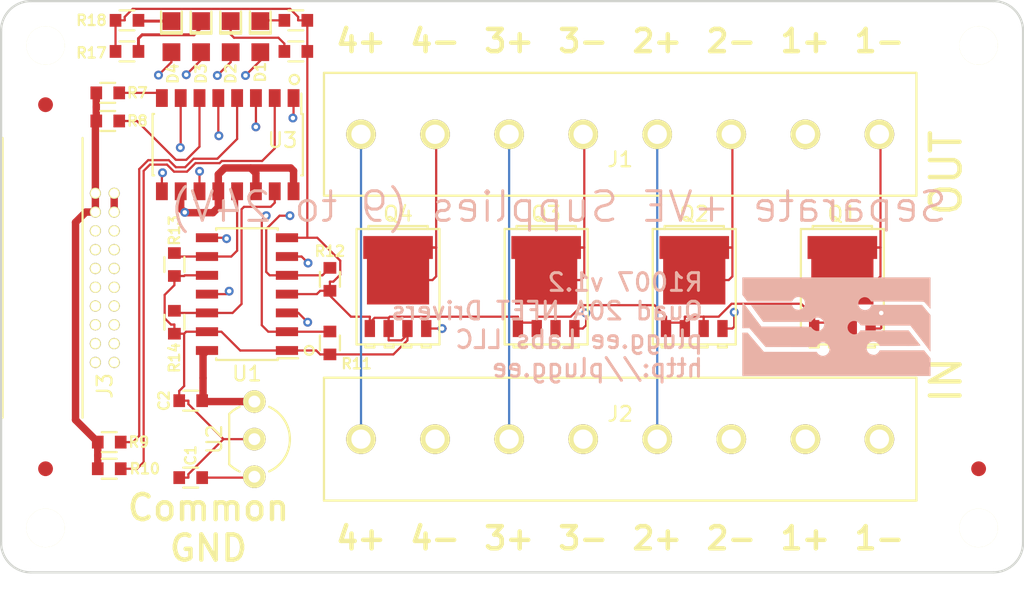
<source format=kicad_pcb>
(kicad_pcb (version 20171130) (host pcbnew "(5.1.12)-1")

  (general
    (thickness 1.6)
    (drawings 29)
    (tracks 414)
    (zones 0)
    (modules 36)
    (nets 33)
  )

  (page A4)
  (layers
    (0 F.Cu signal)
    (1 In1.Cu signal)
    (2 In2.Cu signal)
    (31 B.Cu signal)
    (32 B.Adhes user)
    (33 F.Adhes user hide)
    (34 B.Paste user)
    (35 F.Paste user)
    (36 B.SilkS user)
    (37 F.SilkS user)
    (38 B.Mask user)
    (39 F.Mask user)
    (40 Dwgs.User user)
    (41 Cmts.User user)
    (42 Eco1.User user)
    (43 Eco2.User user)
    (44 Edge.Cuts user)
    (45 Margin user)
    (46 B.CrtYd user)
    (47 F.CrtYd user)
    (48 B.Fab user)
    (49 F.Fab user)
  )

  (setup
    (last_trace_width 0.15)
    (user_trace_width 0.2)
    (user_trace_width 0.25)
    (user_trace_width 0.5)
    (trace_clearance 0.15)
    (zone_clearance 0.22)
    (zone_45_only yes)
    (trace_min 0.15)
    (via_size 0.6)
    (via_drill 0.3)
    (via_min_size 0.6)
    (via_min_drill 0.3)
    (uvia_size 0.3)
    (uvia_drill 0.1)
    (uvias_allowed no)
    (uvia_min_size 0.2)
    (uvia_min_drill 0.1)
    (edge_width 0.15)
    (segment_width 0.2)
    (pcb_text_width 0.3)
    (pcb_text_size 1.5 1.5)
    (mod_edge_width 0.15)
    (mod_text_size 1 1)
    (mod_text_width 0.15)
    (pad_size 1 1)
    (pad_drill 0)
    (pad_to_mask_clearance 0)
    (aux_axis_origin 0 0)
    (visible_elements 7FFFFFFF)
    (pcbplotparams
      (layerselection 0x010fc_80000007)
      (usegerberextensions false)
      (usegerberattributes true)
      (usegerberadvancedattributes true)
      (creategerberjobfile true)
      (excludeedgelayer true)
      (linewidth 0.100000)
      (plotframeref false)
      (viasonmask false)
      (mode 1)
      (useauxorigin false)
      (hpglpennumber 1)
      (hpglpenspeed 20)
      (hpglpendiameter 15.000000)
      (psnegative false)
      (psa4output false)
      (plotreference true)
      (plotvalue true)
      (plotinvisibletext false)
      (padsonsilk false)
      (subtractmaskfromsilk false)
      (outputformat 1)
      (mirror false)
      (drillshape 0)
      (scaleselection 1)
      (outputdirectory "Gerbers/"))
  )

  (net 0 "")
  (net 1 GNDPWR)
  (net 2 GND)
  (net 3 HT)
  (net 4 VDD)
  (net 5 /GN1)
  (net 6 /GN2)
  (net 7 /GN3)
  (net 8 /GN4)
  (net 9 PX1)
  (net 10 PX2)
  (net 11 PX3)
  (net 12 PX4)
  (net 13 +5P)
  (net 14 /INR4)
  (net 15 /INR3)
  (net 16 /INR2)
  (net 17 /INR1)
  (net 18 /IGN3)
  (net 19 /IGN4)
  (net 20 /IGN2)
  (net 21 /IGN1)
  (net 22 /N1)
  (net 23 /N4)
  (net 24 /N2)
  (net 25 /N3)
  (net 26 "Net-(D1-Pad1)")
  (net 27 "Net-(D2-Pad1)")
  (net 28 "Net-(D3-Pad1)")
  (net 29 "Net-(D4-Pad1)")
  (net 30 /VDD4)
  (net 31 /VDD3)
  (net 32 /VDD2)

  (net_class Default "This is the default net class."
    (clearance 0.15)
    (trace_width 0.15)
    (via_dia 0.6)
    (via_drill 0.3)
    (uvia_dia 0.3)
    (uvia_drill 0.1)
    (add_net +5P)
    (add_net /GN1)
    (add_net /GN2)
    (add_net /GN3)
    (add_net /GN4)
    (add_net /IGN1)
    (add_net /IGN2)
    (add_net /IGN3)
    (add_net /IGN4)
    (add_net /INR1)
    (add_net /INR2)
    (add_net /INR3)
    (add_net /INR4)
    (add_net /N1)
    (add_net /N2)
    (add_net /N3)
    (add_net /N4)
    (add_net /VDD2)
    (add_net /VDD3)
    (add_net /VDD4)
    (add_net GND)
    (add_net GNDPWR)
    (add_net HT)
    (add_net "Net-(D1-Pad1)")
    (add_net "Net-(D2-Pad1)")
    (add_net "Net-(D3-Pad1)")
    (add_net "Net-(D4-Pad1)")
    (add_net PX1)
    (add_net PX2)
    (add_net PX3)
    (add_net PX4)
    (add_net VDD)
  )

  (module Main:SOT127P500X110-5 (layer F.Cu) (tedit 5798E39F) (tstamp 5798E51E)
    (at 159.8 87.3)
    (descr "LFPAK www.nxp.com/documents/leaflet/939775016838_LR.pdf")
    (tags "LFPAK SOT-669 Power-SO8")
    (path /5798E5AA)
    (attr smd)
    (fp_text reference Q1 (at 0 -4.925) (layer F.SilkS)
      (effects (font (size 1 1) (thickness 0.15)))
    )
    (fp_text value PSMN1R2-30YLC (at 0 4.445) (layer F.Fab) hide
      (effects (font (size 0.127 0.127) (thickness 0.03)))
    )
    (fp_line (start 2.95 -4.25) (end 2.95 4.25) (layer F.CrtYd) (width 0.05))
    (fp_line (start -2.95 4.25) (end -2.95 -4.25) (layer F.CrtYd) (width 0.05))
    (fp_line (start -2.95 4.25) (end 2.95 4.25) (layer F.CrtYd) (width 0.05))
    (fp_line (start -2.95 -4.25) (end 2.95 -4.25) (layer F.CrtYd) (width 0.05))
    (fp_line (start -2 -3.9) (end -2 -4.1) (layer F.SilkS) (width 0.15))
    (fp_line (start -2 -4.1) (end 2 -4.1) (layer F.SilkS) (width 0.15))
    (fp_line (start 2 -4.1) (end 2 -3.9) (layer F.SilkS) (width 0.15))
    (fp_line (start 1.6 3.9) (end 1.6 4.1) (layer F.SilkS) (width 0.15))
    (fp_line (start 1.6 4.1) (end 2.2 4.1) (layer F.SilkS) (width 0.15))
    (fp_line (start 2.2 4.1) (end 2.2 3.9) (layer F.SilkS) (width 0.15))
    (fp_line (start 0.3 3.9) (end 0.3 4.1) (layer F.SilkS) (width 0.15))
    (fp_line (start 0.3 4.1) (end 0.9 4.1) (layer F.SilkS) (width 0.15))
    (fp_line (start 0.9 4.1) (end 0.9 3.9) (layer F.SilkS) (width 0.15))
    (fp_line (start -0.9 3.9) (end -0.9 4.1) (layer F.SilkS) (width 0.15))
    (fp_line (start -0.9 4.1) (end -0.3 4.1) (layer F.SilkS) (width 0.15))
    (fp_line (start -0.3 4.1) (end -0.3 3.9) (layer F.SilkS) (width 0.15))
    (fp_line (start -2.2 3.9) (end -2.2 4.1) (layer F.SilkS) (width 0.15))
    (fp_line (start -2.2 4.1) (end -1.6 4.1) (layer F.SilkS) (width 0.15))
    (fp_line (start -1.6 4.1) (end -1.6 3.9) (layer F.SilkS) (width 0.15))
    (fp_line (start -2.8 -3.9) (end 2.8 -3.9) (layer F.SilkS) (width 0.15))
    (fp_line (start 2.8 -3.9) (end 2.8 3.9) (layer F.SilkS) (width 0.15))
    (fp_line (start 2.8 3.9) (end -2.8 3.9) (layer F.SilkS) (width 0.15))
    (fp_line (start -2.8 3.9) (end -2.8 -3.9) (layer F.SilkS) (width 0.15))
    (pad 7 smd rect (at -1.15 -0.2 90) (size 0.6 0.9) (layers F.Paste))
    (pad 7 smd rect (at -1.15 0.65 90) (size 0.6 0.9) (layers F.Paste))
    (pad 7 smd rect (at -1.15 -1.05 90) (size 0.6 0.9) (layers F.Paste))
    (pad 7 smd rect (at 1.15 -0.2 90) (size 0.6 0.9) (layers F.Paste))
    (pad 7 smd rect (at 1.15 0.65 90) (size 0.6 0.9) (layers F.Paste))
    (pad 7 smd rect (at 1.15 -1.05 90) (size 0.6 0.9) (layers F.Paste))
    (pad 7 smd rect (at 0 -1.05 90) (size 0.6 0.9) (layers F.Paste))
    (pad 7 smd rect (at 0 0.65 90) (size 0.6 0.9) (layers F.Paste))
    (pad 6 smd rect (at -1.875 -2.9) (size 0.6 0.9) (layers F.Paste))
    (pad 6 smd rect (at 1.875 -2.9) (size 0.6 0.9) (layers F.Paste))
    (pad 6 smd rect (at -0.6 -2.9) (size 0.6 0.9) (layers F.Paste))
    (pad 2 smd rect (at -0.635 2.825) (size 0.7 1.15) (layers F.Cu F.Paste F.Mask)
      (net 1 GNDPWR) (solder_mask_margin 0.075) (solder_paste_margin -0.05))
    (pad 1 smd rect (at -1.905 2.825) (size 0.7 1.15) (layers F.Cu F.Paste F.Mask)
      (net 1 GNDPWR) (solder_mask_margin 0.075) (solder_paste_margin -0.05))
    (pad 3 smd rect (at 0.635 2.825) (size 0.7 1.15) (layers F.Cu F.Paste F.Mask)
      (net 1 GNDPWR) (solder_mask_margin 0.075) (solder_paste_margin -0.05))
    (pad 5 smd rect (at 0 -2.65) (size 4.7 1.55) (layers F.Cu F.Mask)
      (net 22 /N1) (solder_mask_margin 0.075))
    (pad 5 smd rect (at 0 -0.45) (size 4.2 3.3) (layers F.Cu F.Mask)
      (net 22 /N1) (solder_mask_margin 0.075))
    (pad 4 smd rect (at 1.905 2.825) (size 0.7 1.15) (layers F.Cu F.Paste F.Mask)
      (net 5 /GN1) (solder_mask_margin 0.075) (solder_paste_margin -0.05))
    (pad 6 smd rect (at 0.6 -2.9) (size 0.6 0.9) (layers F.Paste))
    (pad 7 smd rect (at 0 -0.2 90) (size 0.6 0.9) (layers F.Paste))
    (model TO_SOT_Packages_SMD.3dshapes/SOT-669_LFPAK.wrl
      (at (xyz 0 0 0))
      (scale (xyz 0.3937 0.3937 0.3937))
      (rotate (xyz 0 0 0))
    )
  )

  (module Main:SOT127P500X110-5 (layer F.Cu) (tedit 5798E39F) (tstamp 5798E54B)
    (at 149.8 87.3)
    (descr "LFPAK www.nxp.com/documents/leaflet/939775016838_LR.pdf")
    (tags "LFPAK SOT-669 Power-SO8")
    (path /5798E8F6)
    (attr smd)
    (fp_text reference Q2 (at 0 -4.925) (layer F.SilkS)
      (effects (font (size 1 1) (thickness 0.15)))
    )
    (fp_text value PSMN1R2-30YLC (at 0 4.445) (layer F.Fab) hide
      (effects (font (size 0.127 0.127) (thickness 0.03)))
    )
    (fp_line (start 2.95 -4.25) (end 2.95 4.25) (layer F.CrtYd) (width 0.05))
    (fp_line (start -2.95 4.25) (end -2.95 -4.25) (layer F.CrtYd) (width 0.05))
    (fp_line (start -2.95 4.25) (end 2.95 4.25) (layer F.CrtYd) (width 0.05))
    (fp_line (start -2.95 -4.25) (end 2.95 -4.25) (layer F.CrtYd) (width 0.05))
    (fp_line (start -2 -3.9) (end -2 -4.1) (layer F.SilkS) (width 0.15))
    (fp_line (start -2 -4.1) (end 2 -4.1) (layer F.SilkS) (width 0.15))
    (fp_line (start 2 -4.1) (end 2 -3.9) (layer F.SilkS) (width 0.15))
    (fp_line (start 1.6 3.9) (end 1.6 4.1) (layer F.SilkS) (width 0.15))
    (fp_line (start 1.6 4.1) (end 2.2 4.1) (layer F.SilkS) (width 0.15))
    (fp_line (start 2.2 4.1) (end 2.2 3.9) (layer F.SilkS) (width 0.15))
    (fp_line (start 0.3 3.9) (end 0.3 4.1) (layer F.SilkS) (width 0.15))
    (fp_line (start 0.3 4.1) (end 0.9 4.1) (layer F.SilkS) (width 0.15))
    (fp_line (start 0.9 4.1) (end 0.9 3.9) (layer F.SilkS) (width 0.15))
    (fp_line (start -0.9 3.9) (end -0.9 4.1) (layer F.SilkS) (width 0.15))
    (fp_line (start -0.9 4.1) (end -0.3 4.1) (layer F.SilkS) (width 0.15))
    (fp_line (start -0.3 4.1) (end -0.3 3.9) (layer F.SilkS) (width 0.15))
    (fp_line (start -2.2 3.9) (end -2.2 4.1) (layer F.SilkS) (width 0.15))
    (fp_line (start -2.2 4.1) (end -1.6 4.1) (layer F.SilkS) (width 0.15))
    (fp_line (start -1.6 4.1) (end -1.6 3.9) (layer F.SilkS) (width 0.15))
    (fp_line (start -2.8 -3.9) (end 2.8 -3.9) (layer F.SilkS) (width 0.15))
    (fp_line (start 2.8 -3.9) (end 2.8 3.9) (layer F.SilkS) (width 0.15))
    (fp_line (start 2.8 3.9) (end -2.8 3.9) (layer F.SilkS) (width 0.15))
    (fp_line (start -2.8 3.9) (end -2.8 -3.9) (layer F.SilkS) (width 0.15))
    (pad 7 smd rect (at -1.15 -0.2 90) (size 0.6 0.9) (layers F.Paste))
    (pad 7 smd rect (at -1.15 0.65 90) (size 0.6 0.9) (layers F.Paste))
    (pad 7 smd rect (at -1.15 -1.05 90) (size 0.6 0.9) (layers F.Paste))
    (pad 7 smd rect (at 1.15 -0.2 90) (size 0.6 0.9) (layers F.Paste))
    (pad 7 smd rect (at 1.15 0.65 90) (size 0.6 0.9) (layers F.Paste))
    (pad 7 smd rect (at 1.15 -1.05 90) (size 0.6 0.9) (layers F.Paste))
    (pad 7 smd rect (at 0 -1.05 90) (size 0.6 0.9) (layers F.Paste))
    (pad 7 smd rect (at 0 0.65 90) (size 0.6 0.9) (layers F.Paste))
    (pad 6 smd rect (at -1.875 -2.9) (size 0.6 0.9) (layers F.Paste))
    (pad 6 smd rect (at 1.875 -2.9) (size 0.6 0.9) (layers F.Paste))
    (pad 6 smd rect (at -0.6 -2.9) (size 0.6 0.9) (layers F.Paste))
    (pad 2 smd rect (at -0.635 2.825) (size 0.7 1.15) (layers F.Cu F.Paste F.Mask)
      (net 1 GNDPWR) (solder_mask_margin 0.075) (solder_paste_margin -0.05))
    (pad 1 smd rect (at -1.905 2.825) (size 0.7 1.15) (layers F.Cu F.Paste F.Mask)
      (net 1 GNDPWR) (solder_mask_margin 0.075) (solder_paste_margin -0.05))
    (pad 3 smd rect (at 0.635 2.825) (size 0.7 1.15) (layers F.Cu F.Paste F.Mask)
      (net 1 GNDPWR) (solder_mask_margin 0.075) (solder_paste_margin -0.05))
    (pad 5 smd rect (at 0 -2.65) (size 4.7 1.55) (layers F.Cu F.Mask)
      (net 24 /N2) (solder_mask_margin 0.075))
    (pad 5 smd rect (at 0 -0.45) (size 4.2 3.3) (layers F.Cu F.Mask)
      (net 24 /N2) (solder_mask_margin 0.075))
    (pad 4 smd rect (at 1.905 2.825) (size 0.7 1.15) (layers F.Cu F.Paste F.Mask)
      (net 6 /GN2) (solder_mask_margin 0.075) (solder_paste_margin -0.05))
    (pad 6 smd rect (at 0.6 -2.9) (size 0.6 0.9) (layers F.Paste))
    (pad 7 smd rect (at 0 -0.2 90) (size 0.6 0.9) (layers F.Paste))
    (model TO_SOT_Packages_SMD.3dshapes/SOT-669_LFPAK.wrl
      (at (xyz 0 0 0))
      (scale (xyz 0.3937 0.3937 0.3937))
      (rotate (xyz 0 0 0))
    )
  )

  (module Main:SOT127P500X110-5 (layer F.Cu) (tedit 5798E39F) (tstamp 0)
    (at 139.8 87.3)
    (descr "LFPAK www.nxp.com/documents/leaflet/939775016838_LR.pdf")
    (tags "LFPAK SOT-669 Power-SO8")
    (path /5798E947)
    (attr smd)
    (fp_text reference Q3 (at 0 -4.925) (layer F.SilkS)
      (effects (font (size 1 1) (thickness 0.15)))
    )
    (fp_text value PSMN1R2-30YLC (at 0 4.445) (layer F.Fab) hide
      (effects (font (size 0.127 0.127) (thickness 0.03)))
    )
    (fp_line (start 2.95 -4.25) (end 2.95 4.25) (layer F.CrtYd) (width 0.05))
    (fp_line (start -2.95 4.25) (end -2.95 -4.25) (layer F.CrtYd) (width 0.05))
    (fp_line (start -2.95 4.25) (end 2.95 4.25) (layer F.CrtYd) (width 0.05))
    (fp_line (start -2.95 -4.25) (end 2.95 -4.25) (layer F.CrtYd) (width 0.05))
    (fp_line (start -2 -3.9) (end -2 -4.1) (layer F.SilkS) (width 0.15))
    (fp_line (start -2 -4.1) (end 2 -4.1) (layer F.SilkS) (width 0.15))
    (fp_line (start 2 -4.1) (end 2 -3.9) (layer F.SilkS) (width 0.15))
    (fp_line (start 1.6 3.9) (end 1.6 4.1) (layer F.SilkS) (width 0.15))
    (fp_line (start 1.6 4.1) (end 2.2 4.1) (layer F.SilkS) (width 0.15))
    (fp_line (start 2.2 4.1) (end 2.2 3.9) (layer F.SilkS) (width 0.15))
    (fp_line (start 0.3 3.9) (end 0.3 4.1) (layer F.SilkS) (width 0.15))
    (fp_line (start 0.3 4.1) (end 0.9 4.1) (layer F.SilkS) (width 0.15))
    (fp_line (start 0.9 4.1) (end 0.9 3.9) (layer F.SilkS) (width 0.15))
    (fp_line (start -0.9 3.9) (end -0.9 4.1) (layer F.SilkS) (width 0.15))
    (fp_line (start -0.9 4.1) (end -0.3 4.1) (layer F.SilkS) (width 0.15))
    (fp_line (start -0.3 4.1) (end -0.3 3.9) (layer F.SilkS) (width 0.15))
    (fp_line (start -2.2 3.9) (end -2.2 4.1) (layer F.SilkS) (width 0.15))
    (fp_line (start -2.2 4.1) (end -1.6 4.1) (layer F.SilkS) (width 0.15))
    (fp_line (start -1.6 4.1) (end -1.6 3.9) (layer F.SilkS) (width 0.15))
    (fp_line (start -2.8 -3.9) (end 2.8 -3.9) (layer F.SilkS) (width 0.15))
    (fp_line (start 2.8 -3.9) (end 2.8 3.9) (layer F.SilkS) (width 0.15))
    (fp_line (start 2.8 3.9) (end -2.8 3.9) (layer F.SilkS) (width 0.15))
    (fp_line (start -2.8 3.9) (end -2.8 -3.9) (layer F.SilkS) (width 0.15))
    (pad 7 smd rect (at -1.15 -0.2 90) (size 0.6 0.9) (layers F.Paste))
    (pad 7 smd rect (at -1.15 0.65 90) (size 0.6 0.9) (layers F.Paste))
    (pad 7 smd rect (at -1.15 -1.05 90) (size 0.6 0.9) (layers F.Paste))
    (pad 7 smd rect (at 1.15 -0.2 90) (size 0.6 0.9) (layers F.Paste))
    (pad 7 smd rect (at 1.15 0.65 90) (size 0.6 0.9) (layers F.Paste))
    (pad 7 smd rect (at 1.15 -1.05 90) (size 0.6 0.9) (layers F.Paste))
    (pad 7 smd rect (at 0 -1.05 90) (size 0.6 0.9) (layers F.Paste))
    (pad 7 smd rect (at 0 0.65 90) (size 0.6 0.9) (layers F.Paste))
    (pad 6 smd rect (at -1.875 -2.9) (size 0.6 0.9) (layers F.Paste))
    (pad 6 smd rect (at 1.875 -2.9) (size 0.6 0.9) (layers F.Paste))
    (pad 6 smd rect (at -0.6 -2.9) (size 0.6 0.9) (layers F.Paste))
    (pad 2 smd rect (at -0.635 2.825) (size 0.7 1.15) (layers F.Cu F.Paste F.Mask)
      (net 1 GNDPWR) (solder_mask_margin 0.075) (solder_paste_margin -0.05))
    (pad 1 smd rect (at -1.905 2.825) (size 0.7 1.15) (layers F.Cu F.Paste F.Mask)
      (net 1 GNDPWR) (solder_mask_margin 0.075) (solder_paste_margin -0.05))
    (pad 3 smd rect (at 0.635 2.825) (size 0.7 1.15) (layers F.Cu F.Paste F.Mask)
      (net 1 GNDPWR) (solder_mask_margin 0.075) (solder_paste_margin -0.05))
    (pad 5 smd rect (at 0 -2.65) (size 4.7 1.55) (layers F.Cu F.Mask)
      (net 25 /N3) (solder_mask_margin 0.075))
    (pad 5 smd rect (at 0 -0.45) (size 4.2 3.3) (layers F.Cu F.Mask)
      (net 25 /N3) (solder_mask_margin 0.075))
    (pad 4 smd rect (at 1.905 2.825) (size 0.7 1.15) (layers F.Cu F.Paste F.Mask)
      (net 7 /GN3) (solder_mask_margin 0.075) (solder_paste_margin -0.05))
    (pad 6 smd rect (at 0.6 -2.9) (size 0.6 0.9) (layers F.Paste))
    (pad 7 smd rect (at 0 -0.2 90) (size 0.6 0.9) (layers F.Paste))
    (model TO_SOT_Packages_SMD.3dshapes/SOT-669_LFPAK.wrl
      (at (xyz 0 0 0))
      (scale (xyz 0.3937 0.3937 0.3937))
      (rotate (xyz 0 0 0))
    )
  )

  (module Main:SOT127P500X110-5 (layer F.Cu) (tedit 5798E39F) (tstamp 5798E5A5)
    (at 129.8 87.3)
    (descr "LFPAK www.nxp.com/documents/leaflet/939775016838_LR.pdf")
    (tags "LFPAK SOT-669 Power-SO8")
    (path /5798E999)
    (attr smd)
    (fp_text reference Q4 (at 0 -4.925) (layer F.SilkS)
      (effects (font (size 1 1) (thickness 0.15)))
    )
    (fp_text value PSMN1R2-30YLC (at 0 4.445) (layer F.Fab) hide
      (effects (font (size 0.127 0.127) (thickness 0.03)))
    )
    (fp_line (start 2.95 -4.25) (end 2.95 4.25) (layer F.CrtYd) (width 0.05))
    (fp_line (start -2.95 4.25) (end -2.95 -4.25) (layer F.CrtYd) (width 0.05))
    (fp_line (start -2.95 4.25) (end 2.95 4.25) (layer F.CrtYd) (width 0.05))
    (fp_line (start -2.95 -4.25) (end 2.95 -4.25) (layer F.CrtYd) (width 0.05))
    (fp_line (start -2 -3.9) (end -2 -4.1) (layer F.SilkS) (width 0.15))
    (fp_line (start -2 -4.1) (end 2 -4.1) (layer F.SilkS) (width 0.15))
    (fp_line (start 2 -4.1) (end 2 -3.9) (layer F.SilkS) (width 0.15))
    (fp_line (start 1.6 3.9) (end 1.6 4.1) (layer F.SilkS) (width 0.15))
    (fp_line (start 1.6 4.1) (end 2.2 4.1) (layer F.SilkS) (width 0.15))
    (fp_line (start 2.2 4.1) (end 2.2 3.9) (layer F.SilkS) (width 0.15))
    (fp_line (start 0.3 3.9) (end 0.3 4.1) (layer F.SilkS) (width 0.15))
    (fp_line (start 0.3 4.1) (end 0.9 4.1) (layer F.SilkS) (width 0.15))
    (fp_line (start 0.9 4.1) (end 0.9 3.9) (layer F.SilkS) (width 0.15))
    (fp_line (start -0.9 3.9) (end -0.9 4.1) (layer F.SilkS) (width 0.15))
    (fp_line (start -0.9 4.1) (end -0.3 4.1) (layer F.SilkS) (width 0.15))
    (fp_line (start -0.3 4.1) (end -0.3 3.9) (layer F.SilkS) (width 0.15))
    (fp_line (start -2.2 3.9) (end -2.2 4.1) (layer F.SilkS) (width 0.15))
    (fp_line (start -2.2 4.1) (end -1.6 4.1) (layer F.SilkS) (width 0.15))
    (fp_line (start -1.6 4.1) (end -1.6 3.9) (layer F.SilkS) (width 0.15))
    (fp_line (start -2.8 -3.9) (end 2.8 -3.9) (layer F.SilkS) (width 0.15))
    (fp_line (start 2.8 -3.9) (end 2.8 3.9) (layer F.SilkS) (width 0.15))
    (fp_line (start 2.8 3.9) (end -2.8 3.9) (layer F.SilkS) (width 0.15))
    (fp_line (start -2.8 3.9) (end -2.8 -3.9) (layer F.SilkS) (width 0.15))
    (pad 7 smd rect (at -1.15 -0.2 90) (size 0.6 0.9) (layers F.Paste))
    (pad 7 smd rect (at -1.15 0.65 90) (size 0.6 0.9) (layers F.Paste))
    (pad 7 smd rect (at -1.15 -1.05 90) (size 0.6 0.9) (layers F.Paste))
    (pad 7 smd rect (at 1.15 -0.2 90) (size 0.6 0.9) (layers F.Paste))
    (pad 7 smd rect (at 1.15 0.65 90) (size 0.6 0.9) (layers F.Paste))
    (pad 7 smd rect (at 1.15 -1.05 90) (size 0.6 0.9) (layers F.Paste))
    (pad 7 smd rect (at 0 -1.05 90) (size 0.6 0.9) (layers F.Paste))
    (pad 7 smd rect (at 0 0.65 90) (size 0.6 0.9) (layers F.Paste))
    (pad 6 smd rect (at -1.875 -2.9) (size 0.6 0.9) (layers F.Paste))
    (pad 6 smd rect (at 1.875 -2.9) (size 0.6 0.9) (layers F.Paste))
    (pad 6 smd rect (at -0.6 -2.9) (size 0.6 0.9) (layers F.Paste))
    (pad 2 smd rect (at -0.635 2.825) (size 0.7 1.15) (layers F.Cu F.Paste F.Mask)
      (net 1 GNDPWR) (solder_mask_margin 0.075) (solder_paste_margin -0.05))
    (pad 1 smd rect (at -1.905 2.825) (size 0.7 1.15) (layers F.Cu F.Paste F.Mask)
      (net 1 GNDPWR) (solder_mask_margin 0.075) (solder_paste_margin -0.05))
    (pad 3 smd rect (at 0.635 2.825) (size 0.7 1.15) (layers F.Cu F.Paste F.Mask)
      (net 1 GNDPWR) (solder_mask_margin 0.075) (solder_paste_margin -0.05))
    (pad 5 smd rect (at 0 -2.65) (size 4.7 1.55) (layers F.Cu F.Mask)
      (net 23 /N4) (solder_mask_margin 0.075))
    (pad 5 smd rect (at 0 -0.45) (size 4.2 3.3) (layers F.Cu F.Mask)
      (net 23 /N4) (solder_mask_margin 0.075))
    (pad 4 smd rect (at 1.905 2.825) (size 0.7 1.15) (layers F.Cu F.Paste F.Mask)
      (net 8 /GN4) (solder_mask_margin 0.075) (solder_paste_margin -0.05))
    (pad 6 smd rect (at 0.6 -2.9) (size 0.6 0.9) (layers F.Paste))
    (pad 7 smd rect (at 0 -0.2 90) (size 0.6 0.9) (layers F.Paste))
    (model TO_SOT_Packages_SMD.3dshapes/SOT-669_LFPAK.wrl
      (at (xyz 0 0 0))
      (scale (xyz 0.3937 0.3937 0.3937))
      (rotate (xyz 0 0 0))
    )
  )

  (module Main:CONN500P-01X08 (layer F.Cu) (tedit 57994537) (tstamp 57994C22)
    (at 144.8 77 180)
    (path /57994D86)
    (fp_text reference J1 (at 0 -1.7 180) (layer F.SilkS)
      (effects (font (size 1 1) (thickness 0.15)))
    )
    (fp_text value CONN500P-01X08 (at 0 -0.5 180) (layer F.Fab) hide
      (effects (font (size 0.127 0.127) (thickness 0.03)))
    )
    (fp_line (start -20.193 -4.318) (end -20.193 4.318) (layer F.CrtYd) (width 0.1524))
    (fp_line (start -20.193 4.318) (end 20.193 4.318) (layer F.CrtYd) (width 0.1524))
    (fp_line (start 20.193 4.318) (end 20.193 -4.318) (layer F.CrtYd) (width 0.1524))
    (fp_line (start 20.193 -4.318) (end -20.193 -4.318) (layer F.CrtYd) (width 0.1524))
    (fp_line (start 20 4.15) (end -20 4.15) (layer F.SilkS) (width 0.1524))
    (fp_line (start 20 -4.15) (end -20 -4.15) (layer F.SilkS) (width 0.1524))
    (fp_line (start -20 -4.15) (end -20 4.15) (layer F.SilkS) (width 0.1524))
    (fp_line (start 20 -4.15) (end 20 4.15) (layer F.SilkS) (width 0.1524))
    (pad 1 thru_hole circle (at -17.5 0 180) (size 2 2) (drill 1.3) (layers *.Cu *.Mask F.SilkS)
      (net 22 /N1))
    (pad 2 thru_hole circle (at -12.5 0 180) (size 2 2) (drill 1.3) (layers *.Cu *.Mask F.SilkS)
      (net 30 /VDD4))
    (pad 8 thru_hole circle (at 17.5 0 180) (size 2 2) (drill 1.3) (layers *.Cu *.Mask F.SilkS)
      (net 4 VDD))
    (pad 7 thru_hole circle (at 12.5 0 180) (size 2 2) (drill 1.3) (layers *.Cu *.Mask F.SilkS)
      (net 23 /N4))
    (pad 3 thru_hole circle (at -7.5 0 180) (size 2 2) (drill 1.3) (layers *.Cu *.Mask F.SilkS)
      (net 24 /N2))
    (pad 4 thru_hole circle (at -2.5 0 180) (size 2 2) (drill 1.3) (layers *.Cu *.Mask F.SilkS)
      (net 31 /VDD3))
    (pad 5 thru_hole circle (at 2.5 0 180) (size 2 2) (drill 1.3) (layers *.Cu *.Mask F.SilkS)
      (net 25 /N3))
    (pad 6 thru_hole circle (at 7.5 0 180) (size 2 2) (drill 1.3) (layers *.Cu *.Mask F.SilkS)
      (net 32 /VDD2))
    (model main.3dshapes/CONN500P-01X08.wrl
      (offset (xyz -17.65299973487854 -44.70399932861328 -38.60799942016602))
      (scale (xyz 0.3937 0.3937 0.3937))
      (rotate (xyz -90 0 -90))
    )
  )

  (module Main:TO92_AMMO (layer F.Cu) (tedit 5799B9FF) (tstamp 5799BA19)
    (at 120.1 97.6 270)
    (descr "TO-92 leads in-line, wide, drill 0.8mm (see NXP sot054_po.pdf)")
    (tags "to-92 sc-43 sc-43a sot54 PA33 transistor")
    (path /579A667B)
    (fp_text reference U2 (at 0 2.7 90) (layer F.SilkS)
      (effects (font (size 1 1) (thickness 0.15)))
    )
    (fp_text value AS78L05ZTR-E1 (at 0 2.159 270) (layer F.Fab) hide
      (effects (font (size 0.127 0.127) (thickness 0.03)))
    )
    (fp_line (start -3.54 1.95) (end -3.54 -2.65) (layer F.CrtYd) (width 0.05))
    (fp_line (start -3.54 1.95) (end 3.54 1.95) (layer F.CrtYd) (width 0.05))
    (fp_line (start -1.7 1.7) (end 1.7 1.7) (layer F.SilkS) (width 0.15))
    (fp_line (start -3.54 -2.65) (end 3.54 -2.65) (layer F.CrtYd) (width 0.05))
    (fp_line (start 3.54 1.95) (end 3.54 -2.65) (layer F.CrtYd) (width 0.05))
    (fp_arc (start 0 0) (end -1.7 1.7) (angle 20.5) (layer F.SilkS) (width 0.15))
    (fp_arc (start 0 0) (end 1.7 1.7) (angle -20.5) (layer F.SilkS) (width 0.15))
    (fp_arc (start 0 0) (end 0 -2.4) (angle -65.5) (layer F.SilkS) (width 0.15))
    (fp_arc (start 0 0) (end 0 -2.4) (angle 65.5) (layer F.SilkS) (width 0.15))
    (pad 2 thru_hole circle (at 0 0) (size 1.524 1.524) (drill 0.8) (layers *.Cu *.Mask F.SilkS)
      (net 1 GNDPWR))
    (pad 3 thru_hole circle (at 2.54 0) (size 1.524 1.524) (drill 0.8) (layers *.Cu *.Mask F.SilkS)
      (net 4 VDD))
    (pad 1 thru_hole circle (at -2.54 0) (size 1.524 1.524) (drill 0.8) (layers *.Cu *.Mask F.SilkS)
      (net 13 +5P))
    (model TO_SOT_Packages_THT.3dshapes/TO-92_Inline_Wide.wrl
      (at (xyz 0 0 0))
      (scale (xyz 1 1 1))
      (rotate (xyz 0 0 -90))
    )
  )

  (module Main:MECH_NPTH_M3 (layer F.Cu) (tedit 0) (tstamp 579B0D72)
    (at 169 109)
    (path /579CD62F)
    (fp_text reference MP1 (at 0 -1.6) (layer F.SilkS) hide
      (effects (font (size 1 1) (thickness 0.15)))
    )
    (fp_text value MECH_NPTH_M3 (at 0 -2.8) (layer F.Fab) hide
      (effects (font (size 1 1) (thickness 0.15)))
    )
    (pad "" np_thru_hole circle (at 0 -5.4) (size 2.6 2.6) (drill 2.6) (layers *.Cu *.Mask F.SilkS))
  )

  (module Main:MECH_NPTH_M3 (layer F.Cu) (tedit 0) (tstamp 579B0D77)
    (at 169 71)
    (path /579CDA1A)
    (fp_text reference MP2 (at 0 -1.6) (layer F.SilkS) hide
      (effects (font (size 1 1) (thickness 0.15)))
    )
    (fp_text value MECH_NPTH_M3 (at 0 -2.8) (layer F.Fab) hide
      (effects (font (size 1 1) (thickness 0.15)))
    )
    (pad "" np_thru_hole circle (at 0 0) (size 2.6 2.6) (drill 2.6) (layers *.Cu *.Mask F.SilkS))
  )

  (module Main:MECH_NPTH_M3 (layer F.Cu) (tedit 58E1817E) (tstamp 579B0D7C)
    (at 106 71)
    (path /579CDB3D)
    (fp_text reference MP3 (at 0 -1.6) (layer F.SilkS) hide
      (effects (font (size 1 1) (thickness 0.15)))
    )
    (fp_text value MECH_NPTH_M3 (at 0 -2.8) (layer F.Fab) hide
      (effects (font (size 1 1) (thickness 0.15)))
    )
    (pad "" np_thru_hole circle (at 0 0) (size 2.6 2.6) (drill 2.6) (layers *.Cu *.Mask F.SilkS))
  )

  (module Main:MECH_NPTH_M3 (layer F.Cu) (tedit 0) (tstamp 579B0D81)
    (at 106 109)
    (path /579CDAA7)
    (fp_text reference MP4 (at 0 -1.6) (layer F.SilkS) hide
      (effects (font (size 1 1) (thickness 0.15)))
    )
    (fp_text value MECH_NPTH_M3 (at 0 -2.8) (layer F.Fab) hide
      (effects (font (size 1 1) (thickness 0.15)))
    )
    (pad "" np_thru_hole circle (at 0 -5.4) (size 2.6 2.6) (drill 2.6) (layers *.Cu *.Mask F.SilkS))
  )

  (module pluggee:pluggeeLabsIcon-13X7 (layer B.Cu) (tedit 0) (tstamp 58E14D3F)
    (at 159.4 90)
    (path /58E21DDB)
    (fp_text reference A1 (at 0 0) (layer B.SilkS) hide
      (effects (font (size 1.524 1.524) (thickness 0.3)) (justify mirror))
    )
    (fp_text value ART (at 0.75 0) (layer B.SilkS) hide
      (effects (font (size 1.524 1.524) (thickness 0.3)) (justify mirror))
    )
    (fp_poly (pts (xy 6.35 2.137958) (xy 6.131738 1.869079) (xy 5.913477 1.600201) (xy 4.419747 1.6002)
      (xy 2.926017 1.6002) (xy 2.874463 1.687579) (xy 2.819976 1.756742) (xy 2.74575 1.82451)
      (xy 2.719993 1.843064) (xy 2.653212 1.882165) (xy 2.592458 1.900507) (xy 2.515234 1.903099)
      (xy 2.463897 1.90009) (xy 2.313321 1.866649) (xy 2.189467 1.793079) (xy 2.098054 1.684352)
      (xy 2.044802 1.545437) (xy 2.042491 1.533862) (xy 2.03695 1.389711) (xy 2.072231 1.263284)
      (xy 2.140652 1.15768) (xy 2.234534 1.075998) (xy 2.346196 1.021334) (xy 2.467957 0.996787)
      (xy 2.592137 1.005456) (xy 2.711056 1.050438) (xy 2.817032 1.134831) (xy 2.868105 1.200833)
      (xy 2.929511 1.295401) (xy 4.311054 1.295401) (xy 4.621179 1.295186) (xy 4.883814 1.294492)
      (xy 5.102268 1.29324) (xy 5.27985 1.291354) (xy 5.419869 1.288756) (xy 5.525634 1.285369)
      (xy 5.600452 1.281117) (xy 5.647634 1.275922) (xy 5.670488 1.269707) (xy 5.67331 1.263651)
      (xy 5.652617 1.235673) (xy 5.604695 1.173895) (xy 5.534125 1.084123) (xy 5.445485 0.972165)
      (xy 5.343355 0.843831) (xy 5.26276 0.742951) (xy 4.871497 0.254001) (xy 3.242198 0.254161)
      (xy 1.6129 0.254322) (xy 1.569935 0.329831) (xy 1.489343 0.42354) (xy 1.378047 0.48897)
      (xy 1.250271 0.521552) (xy 1.120238 0.516716) (xy 1.052229 0.496165) (xy 0.914038 0.413341)
      (xy 0.813278 0.296595) (xy 0.771844 0.211958) (xy 0.743473 0.075801) (xy 0.758163 -0.055205)
      (xy 0.809296 -0.174197) (xy 0.890251 -0.274312) (xy 0.994409 -0.348685) (xy 1.11515 -0.390453)
      (xy 1.245854 -0.392754) (xy 1.33298 -0.369848) (xy 1.402005 -0.333018) (xy 1.477953 -0.276958)
      (xy 1.548626 -0.212853) (xy 1.601824 -0.15189) (xy 1.625347 -0.105255) (xy 1.6256 -0.101526)
      (xy 1.650891 -0.095868) (xy 1.72634 -0.090904) (xy 1.851308 -0.086644) (xy 2.025158 -0.083097)
      (xy 2.247252 -0.080272) (xy 2.516952 -0.07818) (xy 2.83362 -0.07683) (xy 3.196618 -0.076231)
      (xy 3.30974 -0.0762) (xy 4.993881 -0.076199) (xy 5.67194 0.802918) (xy 6.35 1.682036)
      (xy 6.35 -0.781901) (xy 6.06425 -1.126993) (xy 5.7785 -1.472084) (xy 4.072319 -1.472642)
      (xy 2.366139 -1.4732) (xy 2.338182 -1.388489) (xy 2.276591 -1.274005) (xy 2.183885 -1.1905)
      (xy 2.069693 -1.138611) (xy 1.943641 -1.118972) (xy 1.815357 -1.132219) (xy 1.694469 -1.178988)
      (xy 1.590602 -1.259913) (xy 1.534224 -1.335433) (xy 1.480203 -1.471843) (xy 1.471933 -1.608151)
      (xy 1.505021 -1.736104) (xy 1.575076 -1.847453) (xy 1.677706 -1.933943) (xy 1.808519 -1.987325)
      (xy 1.887587 -1.999359) (xy 2.032737 -1.985886) (xy 2.160805 -1.925828) (xy 2.266074 -1.822116)
      (xy 2.283905 -1.796367) (xy 2.345311 -1.7018) (xy 4.130315 -1.7018) (xy 4.474904 -1.701751)
      (xy 4.772249 -1.701545) (xy 5.025905 -1.701089) (xy 5.239428 -1.700293) (xy 5.416375 -1.699065)
      (xy 5.560299 -1.697313) (xy 5.674758 -1.694948) (xy 5.763307 -1.691876) (xy 5.829502 -1.688007)
      (xy 5.876898 -1.68325) (xy 5.909051 -1.677512) (xy 5.929516 -1.670704) (xy 5.94185 -1.662733)
      (xy 5.948509 -1.655099) (xy 5.979136 -1.61746) (xy 6.035518 -1.552852) (xy 6.108706 -1.471406)
      (xy 6.16585 -1.409038) (xy 6.35 -1.209678) (xy 6.35 -3.3274) (xy -6.35 -3.3274)
      (xy -6.35 -2.150556) (xy -6.178883 -1.926178) (xy -6.007765 -1.7018) (xy -4.504992 -1.7018)
      (xy -3.002218 -1.701799) (xy -2.950664 -1.789178) (xy -2.857314 -1.90228) (xy -2.738595 -1.97777)
      (xy -2.604715 -2.012771) (xy -2.465882 -2.004405) (xy -2.34802 -1.959053) (xy -2.228736 -1.868414)
      (xy -2.154297 -1.754498) (xy -2.123027 -1.614433) (xy -2.121769 -1.571508) (xy -2.126793 -1.477728)
      (xy -2.145596 -1.410823) (xy -2.185824 -1.347238) (xy -2.200662 -1.328434) (xy -2.305075 -1.222492)
      (xy -2.415766 -1.161034) (xy -2.544583 -1.138049) (xy -2.576971 -1.137563) (xy -2.722272 -1.158639)
      (xy -2.844538 -1.215536) (xy -2.93583 -1.302916) (xy -2.987806 -1.413827) (xy -3.002708 -1.4732)
      (xy -4.384254 -1.4732) (xy -4.643862 -1.47292) (xy -4.887571 -1.472115) (xy -5.110768 -1.470838)
      (xy -5.308845 -1.46914) (xy -5.477188 -1.467076) (xy -5.611189 -1.464695) (xy -5.706235 -1.462052)
      (xy -5.757717 -1.459199) (xy -5.765801 -1.457501) (xy -5.751342 -1.433701) (xy -5.71056 -1.374502)
      (xy -5.647342 -1.285342) (xy -5.565577 -1.17166) (xy -5.469155 -1.038895) (xy -5.361963 -0.892487)
      (xy -5.357196 -0.886001) (xy -4.948592 -0.3302) (xy -1.700711 -0.3302) (xy -1.672198 -0.39278)
      (xy -1.62219 -0.458923) (xy -1.539388 -0.526089) (xy -1.440199 -0.582668) (xy -1.36267 -0.6118)
      (xy -1.236585 -0.622387) (xy -1.114433 -0.589973) (xy -1.004033 -0.52221) (xy -0.913202 -0.426748)
      (xy -0.849758 -0.311238) (xy -0.821517 -0.183332) (xy -0.827361 -0.087916) (xy -0.875366 0.045419)
      (xy -0.959534 0.156656) (xy -1.070183 0.239548) (xy -1.197631 0.287847) (xy -1.332196 0.295304)
      (xy -1.399872 0.281541) (xy -1.487488 0.242466) (xy -1.575189 0.182935) (xy -1.647385 0.115447)
      (xy -1.688489 0.052502) (xy -1.689597 0.049236) (xy -1.693932 0.039476) (xy -1.702704 0.031098)
      (xy -1.71955 0.023998) (xy -1.748107 0.018069) (xy -1.792011 0.013206) (xy -1.854898 0.009304)
      (xy -1.940406 0.006256) (xy -2.05217 0.003959) (xy -2.193827 0.002305) (xy -2.369015 0.001189)
      (xy -2.581369 0.000507) (xy -2.834525 0.000152) (xy -3.132122 0.000018) (xy -3.386325 0)
      (xy -5.067426 0) (xy -5.676963 -0.804593) (xy -5.811803 -0.982561) (xy -5.937844 -1.148874)
      (xy -6.051605 -1.298941) (xy -6.149605 -1.428173) (xy -6.228363 -1.53198) (xy -6.284399 -1.605773)
      (xy -6.314233 -1.644962) (xy -6.317443 -1.649143) (xy -6.325893 -1.650443) (xy -6.332776 -1.627783)
      (xy -6.338235 -1.577283) (xy -6.342413 -1.495065) (xy -6.345457 -1.377248) (xy -6.347508 -1.219953)
      (xy -6.348711 -1.0193) (xy -6.349193 -0.79375) (xy -6.35 0.1016) (xy -5.870912 0.1016)
      (xy -5.329406 0.735731) (xy -4.7879 1.369861) (xy -1.351218 1.371601) (xy -1.299664 1.284222)
      (xy -1.209337 1.175645) (xy -1.091189 1.098614) (xy -0.959157 1.061251) (xy -0.91327 1.059032)
      (xy -0.775673 1.081089) (xy -0.655946 1.145597) (xy -0.551511 1.249951) (xy -0.48352 1.37005)
      (xy -0.459238 1.49893) (xy -0.474677 1.627887) (xy -0.525849 1.748218) (xy -0.608767 1.851222)
      (xy -0.719443 1.928195) (xy -0.853889 1.970436) (xy -0.883275 1.97395) (xy -1.012645 1.963708)
      (xy -1.137273 1.916054) (xy -1.24035 1.838925) (xy -1.2827 1.785329) (xy -1.3335 1.703757)
      (xy -3.115004 1.702779) (xy -4.896507 1.7018) (xy -5.44954 1.0541) (xy -6.002572 0.4064)
      (xy -6.35 0.4064) (xy -6.35 3.3274) (xy 6.35 3.3274) (xy 6.35 2.137958)) (layer B.SilkS) (width 0.01))
  )

  (module Main:CAPC0603 (layer F.Cu) (tedit 58FFB2D2) (tstamp 58E14D40)
    (at 115.8 100.2 180)
    (descr "Resistor SMD 0603, reflow soldering, Vishay (see dcrcw.pdf)")
    (tags "resistor 0603")
    (path /58E18410)
    (attr smd)
    (fp_text reference C1 (at 0 1.5 270) (layer F.SilkS)
      (effects (font (size 0.7 0.7) (thickness 0.15)))
    )
    (fp_text value CC0603KRX7R9BB104 (at 0 0.508 180) (layer F.Fab)
      (effects (font (size 0.127 0.127) (thickness 0.03)))
    )
    (fp_line (start -1.3 -0.8) (end 1.3 -0.8) (layer F.CrtYd) (width 0.05))
    (fp_line (start -1.3 0.8) (end 1.3 0.8) (layer F.CrtYd) (width 0.05))
    (fp_line (start -1.3 -0.8) (end -1.3 0.8) (layer F.CrtYd) (width 0.05))
    (fp_line (start 1.3 -0.8) (end 1.3 0.8) (layer F.CrtYd) (width 0.05))
    (fp_line (start 0.5 0.675) (end -0.5 0.675) (layer F.SilkS) (width 0.15))
    (fp_line (start -0.5 -0.675) (end 0.5 -0.675) (layer F.SilkS) (width 0.15))
    (pad 1 smd rect (at -0.7745 0 180) (size 0.787 0.864) (layers F.Cu F.Paste F.Mask)
      (net 4 VDD))
    (pad 2 smd rect (at 0.7745 0 180) (size 0.787 0.864) (layers F.Cu F.Paste F.Mask)
      (net 1 GNDPWR))
    (model main.3dshapes/CAPC0603.wrl
      (at (xyz 0 0 0))
      (scale (xyz 1 1 1))
      (rotate (xyz 0 0 0))
    )
  )

  (module Main:CAPC0603 (layer F.Cu) (tedit 58FFB2D8) (tstamp 58E14D4B)
    (at 115.8 95 180)
    (descr "Resistor SMD 0603, reflow soldering, Vishay (see dcrcw.pdf)")
    (tags "resistor 0603")
    (path /58E17DC2)
    (attr smd)
    (fp_text reference C2 (at 1.8 0 270) (layer F.SilkS)
      (effects (font (size 0.7 0.7) (thickness 0.15)))
    )
    (fp_text value CC0603KRX7R9BB104 (at 0 0.508 180) (layer F.Fab)
      (effects (font (size 0.127 0.127) (thickness 0.03)))
    )
    (fp_line (start -1.3 -0.8) (end 1.3 -0.8) (layer F.CrtYd) (width 0.05))
    (fp_line (start -1.3 0.8) (end 1.3 0.8) (layer F.CrtYd) (width 0.05))
    (fp_line (start -1.3 -0.8) (end -1.3 0.8) (layer F.CrtYd) (width 0.05))
    (fp_line (start 1.3 -0.8) (end 1.3 0.8) (layer F.CrtYd) (width 0.05))
    (fp_line (start 0.5 0.675) (end -0.5 0.675) (layer F.SilkS) (width 0.15))
    (fp_line (start -0.5 -0.675) (end 0.5 -0.675) (layer F.SilkS) (width 0.15))
    (pad 1 smd rect (at -0.7745 0 180) (size 0.787 0.864) (layers F.Cu F.Paste F.Mask)
      (net 13 +5P))
    (pad 2 smd rect (at 0.7745 0 180) (size 0.787 0.864) (layers F.Cu F.Paste F.Mask)
      (net 1 GNDPWR))
    (model main.3dshapes/CAPC0603.wrl
      (at (xyz 0 0 0))
      (scale (xyz 1 1 1))
      (rotate (xyz 0 0 0))
    )
  )

  (module Main:DIOC200X120X110 (layer F.Cu) (tedit 58FFB34B) (tstamp 58E14D56)
    (at 120.5 70.4 270)
    (path /58E0B827)
    (fp_text reference D1 (at 2.4 0 270) (layer F.SilkS)
      (effects (font (size 0.7 0.7) (thickness 0.15)))
    )
    (fp_text value LTW-170TK (at 0 -3.6 270) (layer F.Fab) hide
      (effects (font (size 1 1) (thickness 0.15)))
    )
    (fp_line (start -1.8 -0.8) (end 1.7 -0.8) (layer F.CrtYd) (width 0.1524))
    (fp_line (start 1.7 -0.8) (end 1.7 0.8) (layer F.CrtYd) (width 0.1524))
    (fp_line (start 1.7 0.8) (end -1.8 0.8) (layer F.CrtYd) (width 0.1524))
    (fp_line (start -1.8 0.8) (end -1.8 -0.8) (layer F.CrtYd) (width 0.1524))
    (fp_line (start -0.2 0.7) (end -0.4 0.7) (layer F.SilkS) (width 0.1524))
    (fp_line (start -0.2 -0.7) (end -0.4 -0.7) (layer F.SilkS) (width 0.1524))
    (fp_line (start -0.2 -0.7) (end -0.2 0.7) (layer F.SilkS) (width 0.1524))
    (fp_line (start -1.7 0.7) (end -0.3 0.7) (layer F.SilkS) (width 0.1524))
    (fp_line (start -0.3 0.7) (end -0.3 -0.7) (layer F.SilkS) (width 0.1524))
    (fp_line (start -0.3 -0.7) (end -1.7 -0.7) (layer F.SilkS) (width 0.1524))
    (pad 1 smd rect (at -1.05 0 270) (size 1.2 1.2) (layers F.Cu F.Paste F.Mask)
      (net 26 "Net-(D1-Pad1)"))
    (pad 2 smd rect (at 1.05 0 270) (size 1.2 1.2) (layers F.Cu F.Paste F.Mask)
      (net 5 /GN1))
    (model main.3dshapes/DIOC200X120X110.wrl
      (at (xyz 0 0 0))
      (scale (xyz 1 1 1))
      (rotate (xyz 0 0 0))
    )
  )

  (module Main:DIOC200X120X110 (layer F.Cu) (tedit 58FFB293) (tstamp 58E14D65)
    (at 118.5 70.4 270)
    (path /58E0BFAF)
    (fp_text reference D2 (at 2.5 0 270) (layer F.SilkS)
      (effects (font (size 0.7 0.7) (thickness 0.15)))
    )
    (fp_text value LTW-170TK (at 0 -3.6 270) (layer F.Fab) hide
      (effects (font (size 1 1) (thickness 0.15)))
    )
    (fp_line (start -1.8 -0.8) (end 1.7 -0.8) (layer F.CrtYd) (width 0.1524))
    (fp_line (start 1.7 -0.8) (end 1.7 0.8) (layer F.CrtYd) (width 0.1524))
    (fp_line (start 1.7 0.8) (end -1.8 0.8) (layer F.CrtYd) (width 0.1524))
    (fp_line (start -1.8 0.8) (end -1.8 -0.8) (layer F.CrtYd) (width 0.1524))
    (fp_line (start -0.2 0.7) (end -0.4 0.7) (layer F.SilkS) (width 0.1524))
    (fp_line (start -0.2 -0.7) (end -0.4 -0.7) (layer F.SilkS) (width 0.1524))
    (fp_line (start -0.2 -0.7) (end -0.2 0.7) (layer F.SilkS) (width 0.1524))
    (fp_line (start -1.7 0.7) (end -0.3 0.7) (layer F.SilkS) (width 0.1524))
    (fp_line (start -0.3 0.7) (end -0.3 -0.7) (layer F.SilkS) (width 0.1524))
    (fp_line (start -0.3 -0.7) (end -1.7 -0.7) (layer F.SilkS) (width 0.1524))
    (pad 1 smd rect (at -1.05 0 270) (size 1.2 1.2) (layers F.Cu F.Paste F.Mask)
      (net 27 "Net-(D2-Pad1)"))
    (pad 2 smd rect (at 1.05 0 270) (size 1.2 1.2) (layers F.Cu F.Paste F.Mask)
      (net 6 /GN2))
    (model main.3dshapes/DIOC200X120X110.wrl
      (at (xyz 0 0 0))
      (scale (xyz 1 1 1))
      (rotate (xyz 0 0 0))
    )
  )

  (module Main:DIOC200X120X110 (layer F.Cu) (tedit 58FFB284) (tstamp 58E14D74)
    (at 116.5 70.4 270)
    (path /58E0C261)
    (fp_text reference D3 (at 2.5 0 270) (layer F.SilkS)
      (effects (font (size 0.7 0.7) (thickness 0.15)))
    )
    (fp_text value LTW-170TK (at 0 -3.6 270) (layer F.Fab) hide
      (effects (font (size 1 1) (thickness 0.15)))
    )
    (fp_line (start -1.8 -0.8) (end 1.7 -0.8) (layer F.CrtYd) (width 0.1524))
    (fp_line (start 1.7 -0.8) (end 1.7 0.8) (layer F.CrtYd) (width 0.1524))
    (fp_line (start 1.7 0.8) (end -1.8 0.8) (layer F.CrtYd) (width 0.1524))
    (fp_line (start -1.8 0.8) (end -1.8 -0.8) (layer F.CrtYd) (width 0.1524))
    (fp_line (start -0.2 0.7) (end -0.4 0.7) (layer F.SilkS) (width 0.1524))
    (fp_line (start -0.2 -0.7) (end -0.4 -0.7) (layer F.SilkS) (width 0.1524))
    (fp_line (start -0.2 -0.7) (end -0.2 0.7) (layer F.SilkS) (width 0.1524))
    (fp_line (start -1.7 0.7) (end -0.3 0.7) (layer F.SilkS) (width 0.1524))
    (fp_line (start -0.3 0.7) (end -0.3 -0.7) (layer F.SilkS) (width 0.1524))
    (fp_line (start -0.3 -0.7) (end -1.7 -0.7) (layer F.SilkS) (width 0.1524))
    (pad 1 smd rect (at -1.05 0 270) (size 1.2 1.2) (layers F.Cu F.Paste F.Mask)
      (net 28 "Net-(D3-Pad1)"))
    (pad 2 smd rect (at 1.05 0 270) (size 1.2 1.2) (layers F.Cu F.Paste F.Mask)
      (net 7 /GN3))
    (model main.3dshapes/DIOC200X120X110.wrl
      (at (xyz 0 0 0))
      (scale (xyz 1 1 1))
      (rotate (xyz 0 0 0))
    )
  )

  (module Main:DIOC200X120X110 (layer F.Cu) (tedit 58FFB741) (tstamp 58E14D83)
    (at 114.5 70.4 270)
    (path /58E0C3BB)
    (fp_text reference D4 (at 2.5 -0.1 90) (layer F.SilkS)
      (effects (font (size 0.7 0.7) (thickness 0.15)))
    )
    (fp_text value LTW-170TK (at 0 -3.6 270) (layer F.Fab) hide
      (effects (font (size 1 1) (thickness 0.15)))
    )
    (fp_line (start -1.8 -0.8) (end 1.7 -0.8) (layer F.CrtYd) (width 0.1524))
    (fp_line (start 1.7 -0.8) (end 1.7 0.8) (layer F.CrtYd) (width 0.1524))
    (fp_line (start 1.7 0.8) (end -1.8 0.8) (layer F.CrtYd) (width 0.1524))
    (fp_line (start -1.8 0.8) (end -1.8 -0.8) (layer F.CrtYd) (width 0.1524))
    (fp_line (start -0.2 0.7) (end -0.4 0.7) (layer F.SilkS) (width 0.1524))
    (fp_line (start -0.2 -0.7) (end -0.4 -0.7) (layer F.SilkS) (width 0.1524))
    (fp_line (start -0.2 -0.7) (end -0.2 0.7) (layer F.SilkS) (width 0.1524))
    (fp_line (start -1.7 0.7) (end -0.3 0.7) (layer F.SilkS) (width 0.1524))
    (fp_line (start -0.3 0.7) (end -0.3 -0.7) (layer F.SilkS) (width 0.1524))
    (fp_line (start -0.3 -0.7) (end -1.7 -0.7) (layer F.SilkS) (width 0.1524))
    (pad 1 smd rect (at -1.05 0 270) (size 1.2 1.2) (layers F.Cu F.Paste F.Mask)
      (net 29 "Net-(D4-Pad1)"))
    (pad 2 smd rect (at 1.05 0 270) (size 1.2 1.2) (layers F.Cu F.Paste F.Mask)
      (net 8 /GN4))
    (model main.3dshapes/DIOC200X120X110.wrl
      (at (xyz 0 0 0))
      (scale (xyz 1 1 1))
      (rotate (xyz 0 0 0))
    )
  )

  (module Main:RESC0603 (layer F.Cu) (tedit 58FFB2C1) (tstamp 58E14D92)
    (at 110.2 74.2 180)
    (descr "Resistor SMD 0603, reflow soldering, Vishay (see dcrcw.pdf)")
    (tags "resistor 0603")
    (path /58E1BC82)
    (attr smd)
    (fp_text reference R7 (at -2 0 180) (layer F.SilkS)
      (effects (font (size 0.7 0.7) (thickness 0.15)))
    )
    (fp_text value RC0603FR-071KL (at 0 0.508 180) (layer F.Fab)
      (effects (font (size 0.127 0.127) (thickness 0.03)))
    )
    (fp_line (start -1.3 -0.8) (end 1.3 -0.8) (layer F.CrtYd) (width 0.05))
    (fp_line (start -1.3 0.8) (end 1.3 0.8) (layer F.CrtYd) (width 0.05))
    (fp_line (start -1.3 -0.8) (end -1.3 0.8) (layer F.CrtYd) (width 0.05))
    (fp_line (start 1.3 -0.8) (end 1.3 0.8) (layer F.CrtYd) (width 0.05))
    (fp_line (start 0.5 0.675) (end -0.5 0.675) (layer F.SilkS) (width 0.15))
    (fp_line (start -0.5 -0.675) (end 0.5 -0.675) (layer F.SilkS) (width 0.15))
    (pad 1 smd rect (at -0.7745 0 180) (size 0.787 0.864) (layers F.Cu F.Paste F.Mask)
      (net 14 /INR4))
    (pad 2 smd rect (at 0.7745 0 180) (size 0.787 0.864) (layers F.Cu F.Paste F.Mask)
      (net 2 GND))
    (model main.3dshapes/RESC0603.wrl
      (at (xyz 0 0 0))
      (scale (xyz 1 1 1))
      (rotate (xyz 0 0 0))
    )
  )

  (module Main:RESC0603 (layer F.Cu) (tedit 58FFB2CC) (tstamp 58E14D9D)
    (at 110.2 76.1 180)
    (descr "Resistor SMD 0603, reflow soldering, Vishay (see dcrcw.pdf)")
    (tags "resistor 0603")
    (path /58E1B2E2)
    (attr smd)
    (fp_text reference R8 (at -2 0 180) (layer F.SilkS)
      (effects (font (size 0.7 0.7) (thickness 0.15)))
    )
    (fp_text value RC0603FR-071KL (at 0 0.508 180) (layer F.Fab)
      (effects (font (size 0.127 0.127) (thickness 0.03)))
    )
    (fp_line (start -1.3 -0.8) (end 1.3 -0.8) (layer F.CrtYd) (width 0.05))
    (fp_line (start -1.3 0.8) (end 1.3 0.8) (layer F.CrtYd) (width 0.05))
    (fp_line (start -1.3 -0.8) (end -1.3 0.8) (layer F.CrtYd) (width 0.05))
    (fp_line (start 1.3 -0.8) (end 1.3 0.8) (layer F.CrtYd) (width 0.05))
    (fp_line (start 0.5 0.675) (end -0.5 0.675) (layer F.SilkS) (width 0.15))
    (fp_line (start -0.5 -0.675) (end 0.5 -0.675) (layer F.SilkS) (width 0.15))
    (pad 1 smd rect (at -0.7745 0 180) (size 0.787 0.864) (layers F.Cu F.Paste F.Mask)
      (net 15 /INR3))
    (pad 2 smd rect (at 0.7745 0 180) (size 0.787 0.864) (layers F.Cu F.Paste F.Mask)
      (net 2 GND))
    (model main.3dshapes/RESC0603.wrl
      (at (xyz 0 0 0))
      (scale (xyz 1 1 1))
      (rotate (xyz 0 0 0))
    )
  )

  (module Main:RESC0603 (layer F.Cu) (tedit 58FFB593) (tstamp 58E14DA8)
    (at 110.3 97.8 180)
    (descr "Resistor SMD 0603, reflow soldering, Vishay (see dcrcw.pdf)")
    (tags "resistor 0603")
    (path /58E1A9FE)
    (attr smd)
    (fp_text reference R9 (at -2 0 180) (layer F.SilkS)
      (effects (font (size 0.7 0.7) (thickness 0.15)))
    )
    (fp_text value RC0603FR-071KL (at 0 0.508 180) (layer F.Fab)
      (effects (font (size 0.127 0.127) (thickness 0.03)))
    )
    (fp_line (start -1.3 -0.8) (end 1.3 -0.8) (layer F.CrtYd) (width 0.05))
    (fp_line (start -1.3 0.8) (end 1.3 0.8) (layer F.CrtYd) (width 0.05))
    (fp_line (start -1.3 -0.8) (end -1.3 0.8) (layer F.CrtYd) (width 0.05))
    (fp_line (start 1.3 -0.8) (end 1.3 0.8) (layer F.CrtYd) (width 0.05))
    (fp_line (start 0.5 0.675) (end -0.5 0.675) (layer F.SilkS) (width 0.15))
    (fp_line (start -0.5 -0.675) (end 0.5 -0.675) (layer F.SilkS) (width 0.15))
    (pad 1 smd rect (at -0.7745 0 180) (size 0.787 0.864) (layers F.Cu F.Paste F.Mask)
      (net 16 /INR2))
    (pad 2 smd rect (at 0.7745 0 180) (size 0.787 0.864) (layers F.Cu F.Paste F.Mask)
      (net 2 GND))
    (model main.3dshapes/RESC0603.wrl
      (at (xyz 0 0 0))
      (scale (xyz 1 1 1))
      (rotate (xyz 0 0 0))
    )
  )

  (module Main:RESC0603 (layer F.Cu) (tedit 58FFB591) (tstamp 58E14DB3)
    (at 110.3 99.6 180)
    (descr "Resistor SMD 0603, reflow soldering, Vishay (see dcrcw.pdf)")
    (tags "resistor 0603")
    (path /58E1986C)
    (attr smd)
    (fp_text reference R10 (at -2.4 0 180) (layer F.SilkS)
      (effects (font (size 0.7 0.7) (thickness 0.15)))
    )
    (fp_text value RC0603FR-071KL (at 0 0.508 180) (layer F.Fab)
      (effects (font (size 0.127 0.127) (thickness 0.03)))
    )
    (fp_line (start -1.3 -0.8) (end 1.3 -0.8) (layer F.CrtYd) (width 0.05))
    (fp_line (start -1.3 0.8) (end 1.3 0.8) (layer F.CrtYd) (width 0.05))
    (fp_line (start -1.3 -0.8) (end -1.3 0.8) (layer F.CrtYd) (width 0.05))
    (fp_line (start 1.3 -0.8) (end 1.3 0.8) (layer F.CrtYd) (width 0.05))
    (fp_line (start 0.5 0.675) (end -0.5 0.675) (layer F.SilkS) (width 0.15))
    (fp_line (start -0.5 -0.675) (end 0.5 -0.675) (layer F.SilkS) (width 0.15))
    (pad 1 smd rect (at -0.7745 0 180) (size 0.787 0.864) (layers F.Cu F.Paste F.Mask)
      (net 17 /INR1))
    (pad 2 smd rect (at 0.7745 0 180) (size 0.787 0.864) (layers F.Cu F.Paste F.Mask)
      (net 2 GND))
    (model main.3dshapes/RESC0603.wrl
      (at (xyz 0 0 0))
      (scale (xyz 1 1 1))
      (rotate (xyz 0 0 0))
    )
  )

  (module Main:RESC0603 (layer F.Cu) (tedit 58E170E0) (tstamp 58E14DBE)
    (at 125.2 91.1 270)
    (descr "Resistor SMD 0603, reflow soldering, Vishay (see dcrcw.pdf)")
    (tags "resistor 0603")
    (path /58E1D301)
    (attr smd)
    (fp_text reference R11 (at 1.4 -1.8) (layer F.SilkS)
      (effects (font (size 0.7 0.7) (thickness 0.15)))
    )
    (fp_text value RC0603FR-074K7L (at 0 0.508 270) (layer F.Fab)
      (effects (font (size 0.127 0.127) (thickness 0.03)))
    )
    (fp_line (start -1.3 -0.8) (end 1.3 -0.8) (layer F.CrtYd) (width 0.05))
    (fp_line (start -1.3 0.8) (end 1.3 0.8) (layer F.CrtYd) (width 0.05))
    (fp_line (start -1.3 -0.8) (end -1.3 0.8) (layer F.CrtYd) (width 0.05))
    (fp_line (start 1.3 -0.8) (end 1.3 0.8) (layer F.CrtYd) (width 0.05))
    (fp_line (start 0.5 0.675) (end -0.5 0.675) (layer F.SilkS) (width 0.15))
    (fp_line (start -0.5 -0.675) (end 0.5 -0.675) (layer F.SilkS) (width 0.15))
    (pad 1 smd rect (at -0.7745 0 270) (size 0.787 0.864) (layers F.Cu F.Paste F.Mask)
      (net 19 /IGN4))
    (pad 2 smd rect (at 0.7745 0 270) (size 0.787 0.864) (layers F.Cu F.Paste F.Mask)
      (net 1 GNDPWR))
    (model main.3dshapes/RESC0603.wrl
      (at (xyz 0 0 0))
      (scale (xyz 1 1 1))
      (rotate (xyz 0 0 0))
    )
  )

  (module Main:RESC0603 (layer F.Cu) (tedit 58E170E5) (tstamp 58E14DC9)
    (at 125.2 86.8 270)
    (descr "Resistor SMD 0603, reflow soldering, Vishay (see dcrcw.pdf)")
    (tags "resistor 0603")
    (path /58E1E0CF)
    (attr smd)
    (fp_text reference R12 (at -1.9 0) (layer F.SilkS)
      (effects (font (size 0.7 0.7) (thickness 0.15)))
    )
    (fp_text value RC0603FR-074K7L (at 0 0.508 270) (layer F.Fab)
      (effects (font (size 0.127 0.127) (thickness 0.03)))
    )
    (fp_line (start -1.3 -0.8) (end 1.3 -0.8) (layer F.CrtYd) (width 0.05))
    (fp_line (start -1.3 0.8) (end 1.3 0.8) (layer F.CrtYd) (width 0.05))
    (fp_line (start -1.3 -0.8) (end -1.3 0.8) (layer F.CrtYd) (width 0.05))
    (fp_line (start 1.3 -0.8) (end 1.3 0.8) (layer F.CrtYd) (width 0.05))
    (fp_line (start 0.5 0.675) (end -0.5 0.675) (layer F.SilkS) (width 0.15))
    (fp_line (start -0.5 -0.675) (end 0.5 -0.675) (layer F.SilkS) (width 0.15))
    (pad 1 smd rect (at -0.7745 0 270) (size 0.787 0.864) (layers F.Cu F.Paste F.Mask)
      (net 18 /IGN3))
    (pad 2 smd rect (at 0.7745 0 270) (size 0.787 0.864) (layers F.Cu F.Paste F.Mask)
      (net 1 GNDPWR))
    (model main.3dshapes/RESC0603.wrl
      (at (xyz 0 0 0))
      (scale (xyz 1 1 1))
      (rotate (xyz 0 0 0))
    )
  )

  (module Main:RESC0603 (layer F.Cu) (tedit 58E170F9) (tstamp 58E14DD4)
    (at 114.7 85.8 270)
    (descr "Resistor SMD 0603, reflow soldering, Vishay (see dcrcw.pdf)")
    (tags "resistor 0603")
    (path /58E1F05A)
    (attr smd)
    (fp_text reference R13 (at -2.3 0 270) (layer F.SilkS)
      (effects (font (size 0.7 0.7) (thickness 0.15)))
    )
    (fp_text value RC0603FR-074K7L (at 0 0.508 270) (layer F.Fab)
      (effects (font (size 0.127 0.127) (thickness 0.03)))
    )
    (fp_line (start -1.3 -0.8) (end 1.3 -0.8) (layer F.CrtYd) (width 0.05))
    (fp_line (start -1.3 0.8) (end 1.3 0.8) (layer F.CrtYd) (width 0.05))
    (fp_line (start -1.3 -0.8) (end -1.3 0.8) (layer F.CrtYd) (width 0.05))
    (fp_line (start 1.3 -0.8) (end 1.3 0.8) (layer F.CrtYd) (width 0.05))
    (fp_line (start 0.5 0.675) (end -0.5 0.675) (layer F.SilkS) (width 0.15))
    (fp_line (start -0.5 -0.675) (end 0.5 -0.675) (layer F.SilkS) (width 0.15))
    (pad 1 smd rect (at -0.7745 0 270) (size 0.787 0.864) (layers F.Cu F.Paste F.Mask)
      (net 20 /IGN2))
    (pad 2 smd rect (at 0.7745 0 270) (size 0.787 0.864) (layers F.Cu F.Paste F.Mask)
      (net 1 GNDPWR))
    (model main.3dshapes/RESC0603.wrl
      (at (xyz 0 0 0))
      (scale (xyz 1 1 1))
      (rotate (xyz 0 0 0))
    )
  )

  (module Main:RESC0603 (layer F.Cu) (tedit 58E170A9) (tstamp 58E14DDF)
    (at 114.7 89.7 270)
    (descr "Resistor SMD 0603, reflow soldering, Vishay (see dcrcw.pdf)")
    (tags "resistor 0603")
    (path /58E1FFC1)
    (attr smd)
    (fp_text reference R14 (at 2.4 0 270) (layer F.SilkS)
      (effects (font (size 0.7 0.7) (thickness 0.15)))
    )
    (fp_text value RC0603FR-074K7L (at 0 0.508 270) (layer F.Fab)
      (effects (font (size 0.127 0.127) (thickness 0.03)))
    )
    (fp_line (start -1.3 -0.8) (end 1.3 -0.8) (layer F.CrtYd) (width 0.05))
    (fp_line (start -1.3 0.8) (end 1.3 0.8) (layer F.CrtYd) (width 0.05))
    (fp_line (start -1.3 -0.8) (end -1.3 0.8) (layer F.CrtYd) (width 0.05))
    (fp_line (start 1.3 -0.8) (end 1.3 0.8) (layer F.CrtYd) (width 0.05))
    (fp_line (start 0.5 0.675) (end -0.5 0.675) (layer F.SilkS) (width 0.15))
    (fp_line (start -0.5 -0.675) (end 0.5 -0.675) (layer F.SilkS) (width 0.15))
    (pad 1 smd rect (at -0.7745 0 270) (size 0.787 0.864) (layers F.Cu F.Paste F.Mask)
      (net 21 /IGN1))
    (pad 2 smd rect (at 0.7745 0 270) (size 0.787 0.864) (layers F.Cu F.Paste F.Mask)
      (net 1 GNDPWR))
    (model main.3dshapes/RESC0603.wrl
      (at (xyz 0 0 0))
      (scale (xyz 1 1 1))
      (rotate (xyz 0 0 0))
    )
  )

  (module Main:RESC0603 (layer F.Cu) (tedit 58FFB464) (tstamp 58E14DEA)
    (at 122.9 69.3)
    (descr "Resistor SMD 0603, reflow soldering, Vishay (see dcrcw.pdf)")
    (tags "resistor 0603")
    (path /58E155D9)
    (attr smd)
    (fp_text reference R15 (at 2.3 2.1) (layer F.SilkS) hide
      (effects (font (size 0.7 0.7) (thickness 0.15)))
    )
    (fp_text value RC0603FR-071KL (at 0 0.508) (layer F.Fab)
      (effects (font (size 0.127 0.127) (thickness 0.03)))
    )
    (fp_line (start -1.3 -0.8) (end 1.3 -0.8) (layer F.CrtYd) (width 0.05))
    (fp_line (start -1.3 0.8) (end 1.3 0.8) (layer F.CrtYd) (width 0.05))
    (fp_line (start -1.3 -0.8) (end -1.3 0.8) (layer F.CrtYd) (width 0.05))
    (fp_line (start 1.3 -0.8) (end 1.3 0.8) (layer F.CrtYd) (width 0.05))
    (fp_line (start 0.5 0.675) (end -0.5 0.675) (layer F.SilkS) (width 0.15))
    (fp_line (start -0.5 -0.675) (end 0.5 -0.675) (layer F.SilkS) (width 0.15))
    (pad 1 smd rect (at -0.7745 0) (size 0.787 0.864) (layers F.Cu F.Paste F.Mask)
      (net 26 "Net-(D1-Pad1)"))
    (pad 2 smd rect (at 0.7745 0) (size 0.787 0.864) (layers F.Cu F.Paste F.Mask)
      (net 1 GNDPWR))
    (model main.3dshapes/RESC0603.wrl
      (at (xyz 0 0 0))
      (scale (xyz 1 1 1))
      (rotate (xyz 0 0 0))
    )
  )

  (module Main:RESC0603 (layer F.Cu) (tedit 58FFB46A) (tstamp 58E14DF5)
    (at 122.9 71.4)
    (descr "Resistor SMD 0603, reflow soldering, Vishay (see dcrcw.pdf)")
    (tags "resistor 0603")
    (path /58E1619A)
    (attr smd)
    (fp_text reference R16 (at 2.3 -2.1) (layer F.SilkS) hide
      (effects (font (size 0.7 0.7) (thickness 0.15)))
    )
    (fp_text value RC0603FR-071KL (at 0 0.508) (layer F.Fab)
      (effects (font (size 0.127 0.127) (thickness 0.03)))
    )
    (fp_line (start -1.3 -0.8) (end 1.3 -0.8) (layer F.CrtYd) (width 0.05))
    (fp_line (start -1.3 0.8) (end 1.3 0.8) (layer F.CrtYd) (width 0.05))
    (fp_line (start -1.3 -0.8) (end -1.3 0.8) (layer F.CrtYd) (width 0.05))
    (fp_line (start 1.3 -0.8) (end 1.3 0.8) (layer F.CrtYd) (width 0.05))
    (fp_line (start 0.5 0.675) (end -0.5 0.675) (layer F.SilkS) (width 0.15))
    (fp_line (start -0.5 -0.675) (end 0.5 -0.675) (layer F.SilkS) (width 0.15))
    (pad 1 smd rect (at -0.7745 0) (size 0.787 0.864) (layers F.Cu F.Paste F.Mask)
      (net 27 "Net-(D2-Pad1)"))
    (pad 2 smd rect (at 0.7745 0) (size 0.787 0.864) (layers F.Cu F.Paste F.Mask)
      (net 1 GNDPWR))
    (model main.3dshapes/RESC0603.wrl
      (at (xyz 0 0 0))
      (scale (xyz 1 1 1))
      (rotate (xyz 0 0 0))
    )
  )

  (module Main:RESC0603 (layer F.Cu) (tedit 58FFB3D5) (tstamp 58E14E00)
    (at 111.5 71.4 180)
    (descr "Resistor SMD 0603, reflow soldering, Vishay (see dcrcw.pdf)")
    (tags "resistor 0603")
    (path /58E16DC7)
    (attr smd)
    (fp_text reference R17 (at 2.4 -0.1 180) (layer F.SilkS)
      (effects (font (size 0.7 0.7) (thickness 0.15)))
    )
    (fp_text value RC0603FR-071KL (at 0 0.508 180) (layer F.Fab)
      (effects (font (size 0.127 0.127) (thickness 0.03)))
    )
    (fp_line (start -1.3 -0.8) (end 1.3 -0.8) (layer F.CrtYd) (width 0.05))
    (fp_line (start -1.3 0.8) (end 1.3 0.8) (layer F.CrtYd) (width 0.05))
    (fp_line (start -1.3 -0.8) (end -1.3 0.8) (layer F.CrtYd) (width 0.05))
    (fp_line (start 1.3 -0.8) (end 1.3 0.8) (layer F.CrtYd) (width 0.05))
    (fp_line (start 0.5 0.675) (end -0.5 0.675) (layer F.SilkS) (width 0.15))
    (fp_line (start -0.5 -0.675) (end 0.5 -0.675) (layer F.SilkS) (width 0.15))
    (pad 1 smd rect (at -0.7745 0 180) (size 0.787 0.864) (layers F.Cu F.Paste F.Mask)
      (net 28 "Net-(D3-Pad1)"))
    (pad 2 smd rect (at 0.7745 0 180) (size 0.787 0.864) (layers F.Cu F.Paste F.Mask)
      (net 1 GNDPWR))
    (model main.3dshapes/RESC0603.wrl
      (at (xyz 0 0 0))
      (scale (xyz 1 1 1))
      (rotate (xyz 0 0 0))
    )
  )

  (module Main:RESC0603 (layer F.Cu) (tedit 58FFB3C0) (tstamp 58E14E0B)
    (at 111.5 69.3 180)
    (descr "Resistor SMD 0603, reflow soldering, Vishay (see dcrcw.pdf)")
    (tags "resistor 0603")
    (path /58E16F0F)
    (attr smd)
    (fp_text reference R18 (at 2.4 0 180) (layer F.SilkS)
      (effects (font (size 0.7 0.7) (thickness 0.15)))
    )
    (fp_text value RC0603FR-071KL (at 0 0.508 180) (layer F.Fab)
      (effects (font (size 0.127 0.127) (thickness 0.03)))
    )
    (fp_line (start -1.3 -0.8) (end 1.3 -0.8) (layer F.CrtYd) (width 0.05))
    (fp_line (start -1.3 0.8) (end 1.3 0.8) (layer F.CrtYd) (width 0.05))
    (fp_line (start -1.3 -0.8) (end -1.3 0.8) (layer F.CrtYd) (width 0.05))
    (fp_line (start 1.3 -0.8) (end 1.3 0.8) (layer F.CrtYd) (width 0.05))
    (fp_line (start 0.5 0.675) (end -0.5 0.675) (layer F.SilkS) (width 0.15))
    (fp_line (start -0.5 -0.675) (end 0.5 -0.675) (layer F.SilkS) (width 0.15))
    (pad 1 smd rect (at -0.7745 0 180) (size 0.787 0.864) (layers F.Cu F.Paste F.Mask)
      (net 29 "Net-(D4-Pad1)"))
    (pad 2 smd rect (at 0.7745 0 180) (size 0.787 0.864) (layers F.Cu F.Paste F.Mask)
      (net 1 GNDPWR))
    (model main.3dshapes/RESC0603.wrl
      (at (xyz 0 0 0))
      (scale (xyz 1 1 1))
      (rotate (xyz 0 0 0))
    )
  )

  (module Main:CONN500P-01X08 (layer F.Cu) (tedit 57994537) (tstamp 58E16A24)
    (at 144.8 97.6)
    (path /58E23E5A)
    (fp_text reference J2 (at 0 -1.7) (layer F.SilkS)
      (effects (font (size 1 1) (thickness 0.15)))
    )
    (fp_text value CONN500P-01X08 (at 0 -0.5) (layer F.Fab) hide
      (effects (font (size 0.127 0.127) (thickness 0.03)))
    )
    (fp_line (start -20.193 -4.318) (end -20.193 4.318) (layer F.CrtYd) (width 0.1524))
    (fp_line (start -20.193 4.318) (end 20.193 4.318) (layer F.CrtYd) (width 0.1524))
    (fp_line (start 20.193 4.318) (end 20.193 -4.318) (layer F.CrtYd) (width 0.1524))
    (fp_line (start 20.193 -4.318) (end -20.193 -4.318) (layer F.CrtYd) (width 0.1524))
    (fp_line (start 20 4.15) (end -20 4.15) (layer F.SilkS) (width 0.1524))
    (fp_line (start 20 -4.15) (end -20 -4.15) (layer F.SilkS) (width 0.1524))
    (fp_line (start -20 -4.15) (end -20 4.15) (layer F.SilkS) (width 0.1524))
    (fp_line (start 20 -4.15) (end 20 4.15) (layer F.SilkS) (width 0.1524))
    (pad 1 thru_hole circle (at -17.5 0) (size 2 2) (drill 1.3) (layers *.Cu *.Mask F.SilkS)
      (net 4 VDD))
    (pad 2 thru_hole circle (at -12.5 0) (size 2 2) (drill 1.3) (layers *.Cu *.Mask F.SilkS)
      (net 1 GNDPWR))
    (pad 8 thru_hole circle (at 17.5 0) (size 2 2) (drill 1.3) (layers *.Cu *.Mask F.SilkS)
      (net 1 GNDPWR))
    (pad 7 thru_hole circle (at 12.5 0) (size 2 2) (drill 1.3) (layers *.Cu *.Mask F.SilkS)
      (net 30 /VDD4))
    (pad 3 thru_hole circle (at -7.5 0) (size 2 2) (drill 1.3) (layers *.Cu *.Mask F.SilkS)
      (net 32 /VDD2))
    (pad 4 thru_hole circle (at -2.5 0) (size 2 2) (drill 1.3) (layers *.Cu *.Mask F.SilkS)
      (net 1 GNDPWR))
    (pad 5 thru_hole circle (at 2.5 0) (size 2 2) (drill 1.3) (layers *.Cu *.Mask F.SilkS)
      (net 31 /VDD3))
    (pad 6 thru_hole circle (at 7.5 0) (size 2 2) (drill 1.3) (layers *.Cu *.Mask F.SilkS)
      (net 1 GNDPWR))
    (model main.3dshapes/CONN500P-01X08.wrl
      (offset (xyz -17.65299973487854 -44.70399932861328 -38.60799942016602))
      (scale (xyz 0.3937 0.3937 0.3937))
      (rotate (xyz -90 0 -90))
    )
  )

  (module Main:SOIC127P1030X455X210-16 (layer F.Cu) (tedit 58FFB389) (tstamp 5799BA38)
    (at 118.3 77.7 270)
    (descr "16-Lead Plastic Small Outline (SL) - Narrow, 3.90 mm Body [SOIC] (see Microchip Packaging Specification 00000049BS.pdf)")
    (tags "SOIC 1.27")
    (path /579A03FF)
    (attr smd)
    (fp_text reference U3 (at -0.3 -3.7) (layer F.SilkS)
      (effects (font (size 1 1) (thickness 0.15)))
    )
    (fp_text value TLP293-4 (at 0 5.588 270) (layer F.Fab) hide
      (effects (font (size 0.127 0.127) (thickness 0.03)))
    )
    (fp_circle (center -4.4 -4.5) (end -4.1 -4.4) (layer F.SilkS) (width 0.1524))
    (fp_line (start -4 -5.25) (end -4 5.25) (layer F.CrtYd) (width 0.05))
    (fp_line (start 4 -5.25) (end 4 5.25) (layer F.CrtYd) (width 0.05))
    (fp_line (start -4 -5.25) (end 4 -5.25) (layer F.CrtYd) (width 0.05))
    (fp_line (start -4 5.25) (end 4 5.25) (layer F.CrtYd) (width 0.05))
    (fp_line (start -2.075 -5.075) (end -2.075 -4.97) (layer F.SilkS) (width 0.15))
    (fp_line (start 2.075 -5.075) (end 2.075 -4.97) (layer F.SilkS) (width 0.15))
    (fp_line (start 2.075 5.075) (end 2.075 4.97) (layer F.SilkS) (width 0.15))
    (fp_line (start -2.075 5.075) (end -2.075 4.97) (layer F.SilkS) (width 0.15))
    (fp_line (start -2.075 -5.075) (end 2.075 -5.075) (layer F.SilkS) (width 0.15))
    (fp_line (start -2.075 5.075) (end 2.075 5.075) (layer F.SilkS) (width 0.15))
    (fp_line (start -2.075 -4.97) (end -3.45 -4.97) (layer F.SilkS) (width 0.15))
    (pad 1 smd rect (at -3.15 -4.445 270) (size 1.2 0.8) (layers F.Cu F.Paste F.Mask)
      (net 9 PX1))
    (pad 2 smd rect (at -3.15 -3.175 270) (size 1.2 0.8) (layers F.Cu F.Paste F.Mask)
      (net 17 /INR1))
    (pad 3 smd rect (at -3.15 -1.905 270) (size 1.2 0.8) (layers F.Cu F.Paste F.Mask)
      (net 10 PX2))
    (pad 4 smd rect (at -3.15 -0.635 270) (size 1.2 0.8) (layers F.Cu F.Paste F.Mask)
      (net 16 /INR2))
    (pad 5 smd rect (at -3.15 0.635 270) (size 1.2 0.8) (layers F.Cu F.Paste F.Mask)
      (net 11 PX3))
    (pad 6 smd rect (at -3.15 1.905 270) (size 1.2 0.8) (layers F.Cu F.Paste F.Mask)
      (net 15 /INR3))
    (pad 7 smd rect (at -3.15 3.175 270) (size 1.2 0.8) (layers F.Cu F.Paste F.Mask)
      (net 12 PX4))
    (pad 8 smd rect (at -3.15 4.445 270) (size 1.2 0.8) (layers F.Cu F.Paste F.Mask)
      (net 14 /INR4))
    (pad 9 smd rect (at 3.15 4.445 270) (size 1.2 0.8) (layers F.Cu F.Paste F.Mask)
      (net 19 /IGN4))
    (pad 10 smd rect (at 3.15 3.175 270) (size 1.2 0.8) (layers F.Cu F.Paste F.Mask)
      (net 13 +5P))
    (pad 11 smd rect (at 3.15 1.905 270) (size 1.2 0.8) (layers F.Cu F.Paste F.Mask)
      (net 18 /IGN3))
    (pad 12 smd rect (at 3.15 0.635 270) (size 1.2 0.8) (layers F.Cu F.Paste F.Mask)
      (net 13 +5P))
    (pad 13 smd rect (at 3.15 -0.635 270) (size 1.2 0.8) (layers F.Cu F.Paste F.Mask)
      (net 20 /IGN2))
    (pad 14 smd rect (at 3.15 -1.905 270) (size 1.2 0.8) (layers F.Cu F.Paste F.Mask)
      (net 13 +5P))
    (pad 15 smd rect (at 3.15 -3.175 270) (size 1.2 0.8) (layers F.Cu F.Paste F.Mask)
      (net 21 /IGN1))
    (pad 16 smd rect (at 3.15 -4.445 270) (size 1.2 0.8) (layers F.Cu F.Paste F.Mask)
      (net 13 +5P))
    (model Housings_SOIC.3dshapes/SOIC-16_3.9x9.9mm_Pitch1.27mm.wrl
      (at (xyz 0 0 0))
      (scale (xyz 1 1 1))
      (rotate (xyz 0 0 0))
    )
  )

  (module Main:SOIC127P870X390X175-14 (layer F.Cu) (tedit 58E16E7B) (tstamp 579AF130)
    (at 119.6 87.8 180)
    (descr "14-Lead Plastic Small Outline (SL) - Narrow, 3.90 mm Body [SOIC] (see Microchip Packaging Specification 00000049BS.pdf)")
    (tags "SOIC 1.27")
    (path /579C1D48)
    (attr smd)
    (fp_text reference U1 (at 0 -5.375 180) (layer F.SilkS)
      (effects (font (size 1 1) (thickness 0.15)))
    )
    (fp_text value 74HC125 (at 0 4.953 180) (layer F.Fab) hide
      (effects (font (size 0.127 0.127) (thickness 0.03)))
    )
    (fp_circle (center -4.2 -3.8) (end -3.9 -3.8) (layer F.SilkS) (width 0.1524))
    (fp_line (start -3.7 -4.65) (end -3.7 4.65) (layer F.CrtYd) (width 0.05))
    (fp_line (start 3.7 -4.65) (end 3.7 4.65) (layer F.CrtYd) (width 0.05))
    (fp_line (start -3.7 -4.65) (end 3.7 -4.65) (layer F.CrtYd) (width 0.05))
    (fp_line (start -3.7 4.65) (end 3.7 4.65) (layer F.CrtYd) (width 0.05))
    (fp_line (start -2.075 -4.45) (end -2.075 -4.335) (layer F.SilkS) (width 0.15))
    (fp_line (start 2.075 -4.45) (end 2.075 -4.335) (layer F.SilkS) (width 0.15))
    (fp_line (start 2.075 4.45) (end 2.075 4.335) (layer F.SilkS) (width 0.15))
    (fp_line (start -2.075 4.45) (end -2.075 4.335) (layer F.SilkS) (width 0.15))
    (fp_line (start -2.075 -4.45) (end 2.075 -4.45) (layer F.SilkS) (width 0.15))
    (fp_line (start -2.075 4.45) (end 2.075 4.45) (layer F.SilkS) (width 0.15))
    (fp_line (start -2.075 -4.335) (end -3.45 -4.335) (layer F.SilkS) (width 0.15))
    (pad 1 smd rect (at -2.7 -3.81 180) (size 1.5 0.6) (layers F.Cu F.Paste F.Mask)
      (net 1 GNDPWR))
    (pad 2 smd rect (at -2.7 -2.54 180) (size 1.5 0.6) (layers F.Cu F.Paste F.Mask)
      (net 19 /IGN4))
    (pad 3 smd rect (at -2.7 -1.27 180) (size 1.5 0.6) (layers F.Cu F.Paste F.Mask)
      (net 8 /GN4))
    (pad 4 smd rect (at -2.7 0 180) (size 1.5 0.6) (layers F.Cu F.Paste F.Mask)
      (net 1 GNDPWR))
    (pad 5 smd rect (at -2.7 1.27 180) (size 1.5 0.6) (layers F.Cu F.Paste F.Mask)
      (net 18 /IGN3))
    (pad 6 smd rect (at -2.7 2.54 180) (size 1.5 0.6) (layers F.Cu F.Paste F.Mask)
      (net 7 /GN3))
    (pad 7 smd rect (at -2.7 3.81 180) (size 1.5 0.6) (layers F.Cu F.Paste F.Mask)
      (net 1 GNDPWR))
    (pad 8 smd rect (at 2.7 3.81 180) (size 1.5 0.6) (layers F.Cu F.Paste F.Mask)
      (net 6 /GN2))
    (pad 9 smd rect (at 2.7 2.54 180) (size 1.5 0.6) (layers F.Cu F.Paste F.Mask)
      (net 20 /IGN2))
    (pad 10 smd rect (at 2.7 1.27 180) (size 1.5 0.6) (layers F.Cu F.Paste F.Mask)
      (net 1 GNDPWR))
    (pad 11 smd rect (at 2.7 0 180) (size 1.5 0.6) (layers F.Cu F.Paste F.Mask)
      (net 5 /GN1))
    (pad 12 smd rect (at 2.7 -1.27 180) (size 1.5 0.6) (layers F.Cu F.Paste F.Mask)
      (net 21 /IGN1))
    (pad 13 smd rect (at 2.7 -2.54 180) (size 1.5 0.6) (layers F.Cu F.Paste F.Mask)
      (net 1 GNDPWR))
    (pad 14 smd rect (at 2.7 -3.81 180) (size 1.5 0.6) (layers F.Cu F.Paste F.Mask)
      (net 13 +5P))
    (model Housings_SOIC.3dshapes/SOIC-14_3.9x8.7mm_Pitch1.27mm.wrl
      (at (xyz 0 0 0))
      (scale (xyz 1 1 1))
      (rotate (xyz 0 0 0))
    )
  )

  (module Main:FIDTOP001 (layer F.Cu) (tedit 58E181C4) (tstamp 58E181EF)
    (at 106 99.6)
    (descr "Circular Fiducial, 1mm bare copper top; 2.54mm keepout")
    (tags marker)
    (path /58E19DFC)
    (attr virtual)
    (fp_text reference FID1 (at 0 2.3) (layer F.SilkS) hide
      (effects (font (size 0.7 0.7) (thickness 0.15)))
    )
    (fp_text value FIDTOP001 (at 0 -1.8) (layer F.Fab) hide
      (effects (font (size 0.127 0.127) (thickness 0.03)))
    )
    (fp_circle (center 0 0) (end 1.55 0) (layer F.CrtYd) (width 0.05))
    (pad ~ smd circle (at 0 0) (size 1 1) (layers F.Cu F.Mask)
      (solder_mask_margin 0.77) (clearance 0.77))
  )

  (module Main:FIDTOP001 (layer F.Cu) (tedit 58E181EE) (tstamp 58E181F5)
    (at 169 99.6)
    (descr "Circular Fiducial, 1mm bare copper top; 2.54mm keepout")
    (tags marker)
    (path /58E19EE2)
    (attr virtual)
    (fp_text reference FID2 (at 0 2.3) (layer F.SilkS) hide
      (effects (font (size 0.7 0.7) (thickness 0.15)))
    )
    (fp_text value FIDTOP001 (at 0 -1.8) (layer F.Fab) hide
      (effects (font (size 0.127 0.127) (thickness 0.03)))
    )
    (fp_circle (center 0 0) (end 1.55 0) (layer F.CrtYd) (width 0.05))
    (pad ~ smd circle (at 0 0) (size 1 1) (layers F.Cu F.Mask)
      (solder_mask_margin 0.77) (clearance 0.77))
  )

  (module Main:FIDTOP001 (layer F.Cu) (tedit 0) (tstamp 58E181FB)
    (at 106 75)
    (descr "Circular Fiducial, 1mm bare copper top; 2.54mm keepout")
    (tags marker)
    (path /58E19F6E)
    (attr virtual)
    (fp_text reference FID3 (at 0 2.3) (layer F.SilkS) hide
      (effects (font (size 0.7 0.7) (thickness 0.15)))
    )
    (fp_text value FIDTOP001 (at 0 -1.8) (layer F.Fab) hide
      (effects (font (size 0.127 0.127) (thickness 0.03)))
    )
    (fp_circle (center 0 0) (end 1.55 0) (layer F.CrtYd) (width 0.05))
    (pad ~ smd circle (at 0 0) (size 1 1) (layers F.Cu F.Mask)
      (solder_mask_margin 0.77) (clearance 0.77))
  )

  (module Main:CONN127P-02X10 (layer F.Cu) (tedit 58FFB598) (tstamp 5799C0F5)
    (at 110 86.7 270)
    (path /579AAB46)
    (fp_text reference J3 (at 7.3 0 270) (layer F.SilkS)
      (effects (font (size 1 1) (thickness 0.15)))
    )
    (fp_text value CONN_R1000A_EXTENSION (at 0 -1.9 270) (layer F.Fab) hide
      (effects (font (size 0.127 0.127) (thickness 0.03)))
    )
    (fp_line (start 9.45 6.9) (end -9.45 6.9) (layer F.SilkS) (width 0.15))
    (fp_line (start 9.45 1.5) (end -9.45 1.5) (layer F.SilkS) (width 0.15))
    (fp_line (start -9.5 -1.7018) (end -9.5 6.95) (layer F.CrtYd) (width 0.1524))
    (fp_line (start 9.5 -1.7018) (end 9.5 6.95) (layer F.CrtYd) (width 0.1524))
    (fp_line (start -9.5 6.95) (end 9.5 6.95) (layer F.CrtYd) (width 0.1524))
    (fp_line (start -9.5 -1.7018) (end 9.5 -1.7018) (layer F.CrtYd) (width 0.1524))
    (pad 20 thru_hole circle (at -5.715 0.635 270) (size 0.75 0.75) (drill 0.6) (layers *.Cu *.Mask F.SilkS)
      (net 2 GND))
    (pad 19 thru_hole circle (at -5.715 -0.635 270) (size 0.75 0.75) (drill 0.6) (layers *.Cu *.Mask F.SilkS)
      (net 3 HT))
    (pad 2 thru_hole circle (at 5.715 0.635 270) (size 0.75 0.75) (drill 0.6) (layers *.Cu *.Mask F.SilkS))
    (pad 18 thru_hole circle (at -4.445 0.635 270) (size 0.75 0.75) (drill 0.6) (layers *.Cu *.Mask F.SilkS)
      (net 2 GND))
    (pad 17 thru_hole circle (at -4.445 -0.635 270) (size 0.75 0.75) (drill 0.6) (layers *.Cu *.Mask F.SilkS)
      (net 3 HT))
    (pad 16 thru_hole circle (at -3.175 0.635 270) (size 0.75 0.75) (drill 0.6) (layers *.Cu *.Mask F.SilkS))
    (pad 15 thru_hole circle (at -3.175 -0.635 270) (size 0.75 0.75) (drill 0.6) (layers *.Cu *.Mask F.SilkS))
    (pad 14 thru_hole circle (at -1.905 0.635 270) (size 0.75 0.75) (drill 0.6) (layers *.Cu *.Mask F.SilkS))
    (pad 13 thru_hole circle (at -1.905 -0.635 270) (size 0.75 0.75) (drill 0.6) (layers *.Cu *.Mask F.SilkS)
      (net 9 PX1))
    (pad 12 thru_hole circle (at -0.635 0.635 270) (size 0.75 0.75) (drill 0.6) (layers *.Cu *.Mask F.SilkS))
    (pad 11 thru_hole circle (at -0.635 -0.635 270) (size 0.75 0.75) (drill 0.6) (layers *.Cu *.Mask F.SilkS)
      (net 10 PX2))
    (pad 10 thru_hole circle (at 0.635 0.635 270) (size 0.75 0.75) (drill 0.6) (layers *.Cu *.Mask F.SilkS))
    (pad 9 thru_hole circle (at 0.635 -0.635 270) (size 0.75 0.75) (drill 0.6) (layers *.Cu *.Mask F.SilkS)
      (net 11 PX3))
    (pad 8 thru_hole circle (at 1.905 0.635 270) (size 0.75 0.75) (drill 0.6) (layers *.Cu *.Mask F.SilkS))
    (pad 7 thru_hole circle (at 1.905 -0.635 270) (size 0.75 0.75) (drill 0.6) (layers *.Cu *.Mask F.SilkS)
      (net 12 PX4))
    (pad 6 thru_hole circle (at 3.175 0.635 270) (size 0.75 0.75) (drill 0.6) (layers *.Cu *.Mask F.SilkS))
    (pad 5 thru_hole circle (at 3.175 -0.635 270) (size 0.75 0.75) (drill 0.6) (layers *.Cu *.Mask F.SilkS))
    (pad 4 thru_hole circle (at 4.445 0.635 270) (size 0.75 0.75) (drill 0.6) (layers *.Cu *.Mask F.SilkS))
    (pad 3 thru_hole circle (at 4.445 -0.635 270) (size 0.75 0.75) (drill 0.6) (layers *.Cu *.Mask F.SilkS))
    (pad 1 thru_hole circle (at 5.715 -0.635 270) (size 0.75 0.75) (drill 0.6) (layers *.Cu *.Mask F.SilkS))
    (model main.3dshapes/CONN127P-02X10.wrl
      (at (xyz 0 0 0))
      (scale (xyz 1 1 1))
      (rotate (xyz 0 0 0))
    )
  )

  (gr_text "Separate +VE Supplies (9 to 24V)" (at 167 81.9) (layer B.SilkS)
    (effects (font (size 2 2) (thickness 0.2)) (justify left mirror))
  )
  (gr_text IN (at 166.8 93.6 90) (layer F.SilkS)
    (effects (font (size 2 2) (thickness 0.3)))
  )
  (gr_text 4- (at 132.3 104.3) (layer F.SilkS) (tstamp 58FFA849)
    (effects (font (size 1.5 1.5) (thickness 0.3)))
  )
  (gr_text 4+ (at 127.3 104.3) (layer F.SilkS) (tstamp 58FFA848)
    (effects (font (size 1.5 1.5) (thickness 0.3)))
  )
  (gr_text 3- (at 142.3 104.3) (layer F.SilkS) (tstamp 58FFA847)
    (effects (font (size 1.5 1.5) (thickness 0.3)))
  )
  (gr_text 3+ (at 137.3 104.3) (layer F.SilkS) (tstamp 58FFA846)
    (effects (font (size 1.5 1.5) (thickness 0.3)))
  )
  (gr_text 2- (at 152.3 104.3) (layer F.SilkS) (tstamp 58FFA845)
    (effects (font (size 1.5 1.5) (thickness 0.3)))
  )
  (gr_text 2+ (at 147.3 104.3) (layer F.SilkS) (tstamp 58FFA844)
    (effects (font (size 1.5 1.5) (thickness 0.3)))
  )
  (gr_text 1- (at 162.3 104.3) (layer F.SilkS) (tstamp 58FFA843)
    (effects (font (size 1.5 1.5) (thickness 0.3)))
  )
  (gr_text 1+ (at 157.3 104.3) (layer F.SilkS) (tstamp 58FFA842)
    (effects (font (size 1.5 1.5) (thickness 0.3)))
  )
  (gr_text OUT (at 166.8 79.6 90) (layer F.SilkS)
    (effects (font (size 2 2) (thickness 0.3)))
  )
  (gr_text "R1007 v1.2\nQuad 20A NFET Drivers\nplugg.ee Labs LLC\nhttp://plugg.ee" (at 150.5 89.9) (layer B.SilkS)
    (effects (font (size 1.2 1.2) (thickness 0.2)) (justify left mirror))
  )
  (gr_text "Common\nGND" (at 117 103.6) (layer F.SilkS)
    (effects (font (size 1.7 1.7) (thickness 0.3)))
  )
  (gr_text 1+ (at 157.3 70.7) (layer F.SilkS)
    (effects (font (size 1.5 1.5) (thickness 0.3)))
  )
  (gr_text 1- (at 162.3 70.7) (layer F.SilkS)
    (effects (font (size 1.5 1.5) (thickness 0.3)))
  )
  (gr_text 2+ (at 147.3 70.7) (layer F.SilkS)
    (effects (font (size 1.5 1.5) (thickness 0.3)))
  )
  (gr_text 2- (at 152.3 70.7) (layer F.SilkS)
    (effects (font (size 1.5 1.5) (thickness 0.3)))
  )
  (gr_text 3+ (at 137.3 70.7) (layer F.SilkS)
    (effects (font (size 1.5 1.5) (thickness 0.3)))
  )
  (gr_text 3- (at 142.3 70.7) (layer F.SilkS)
    (effects (font (size 1.5 1.5) (thickness 0.3)))
  )
  (gr_text 4+ (at 127.3 70.7) (layer F.SilkS)
    (effects (font (size 1.5 1.5) (thickness 0.3)))
  )
  (gr_text 4- (at 132.3 70.7) (layer F.SilkS)
    (effects (font (size 1.5 1.5) (thickness 0.3)))
  )
  (gr_arc (start 170 70) (end 170 68) (angle 90) (layer Edge.Cuts) (width 0.15) (tstamp 575A0A41))
  (gr_arc (start 170 104.6) (end 172 104.6) (angle 90) (layer Edge.Cuts) (width 0.15) (tstamp 575A09EA))
  (gr_arc (start 105 104.6) (end 105 106.6) (angle 90) (layer Edge.Cuts) (width 0.15) (tstamp 575A03AC))
  (gr_arc (start 105 70) (end 103 70) (angle 90) (layer Edge.Cuts) (width 0.15) (tstamp 575A0050))
  (gr_line (start 172 70) (end 172 104.6) (angle 90) (layer Edge.Cuts) (width 0.15) (tstamp 575A0518))
  (gr_line (start 170 106.6) (end 105 106.6) (angle 90) (layer Edge.Cuts) (width 0.15) (tstamp 575A04F5))
  (gr_line (start 103 70) (end 103 104.6) (angle 90) (layer Edge.Cuts) (width 0.15) (tstamp 575A0413))
  (gr_line (start 170 68) (end 105 68) (angle 90) (layer Edge.Cuts) (width 0.15))

  (segment (start 157.895 89.7249) (end 157.895 89.3249) (width 0.15) (layer F.Cu) (net 1))
  (segment (start 157.895 90.125) (end 157.895 89.7249) (width 0.15) (layer F.Cu) (net 1))
  (segment (start 159.165 89.7249) (end 159.165 89.3249) (width 0.15) (layer F.Cu) (net 1))
  (segment (start 159.165 90.125) (end 159.165 89.7249) (width 0.15) (layer F.Cu) (net 1))
  (segment (start 157.895 89.7249) (end 159.165 89.7249) (width 0.15) (layer F.Cu) (net 1))
  (segment (start 160.435 90.125) (end 160.435 89.3249) (width 0.15) (layer F.Cu) (net 1))
  (segment (start 160.435 89.3249) (end 159.165 89.3249) (width 0.15) (layer F.Cu) (net 1))
  (segment (start 150.435 89.3249) (end 150.435 89.3248) (width 0.15) (layer F.Cu) (net 1))
  (segment (start 150.435 89.3248) (end 151.4474 89.3248) (width 0.15) (layer F.Cu) (net 1))
  (segment (start 151.4474 89.3248) (end 152.3214 88.4508) (width 0.15) (layer F.Cu) (net 1))
  (segment (start 152.3214 88.4508) (end 157.0209 88.4508) (width 0.15) (layer F.Cu) (net 1))
  (segment (start 157.0209 88.4508) (end 157.895 89.3249) (width 0.15) (layer F.Cu) (net 1))
  (segment (start 150.435 89.3999) (end 150.435 89.3249) (width 0.15) (layer F.Cu) (net 1))
  (segment (start 150.435 90.125) (end 150.435 89.3999) (width 0.15) (layer F.Cu) (net 1))
  (segment (start 147.895 89.7249) (end 147.895 89.3249) (width 0.15) (layer F.Cu) (net 1))
  (segment (start 147.895 90.125) (end 147.895 89.7249) (width 0.15) (layer F.Cu) (net 1))
  (segment (start 149.165 89.7249) (end 149.165 89.3249) (width 0.15) (layer F.Cu) (net 1))
  (segment (start 149.165 90.125) (end 149.165 89.7249) (width 0.15) (layer F.Cu) (net 1))
  (segment (start 147.895 89.7249) (end 149.165 89.7249) (width 0.15) (layer F.Cu) (net 1))
  (segment (start 150.435 89.3249) (end 149.165 89.3249) (width 0.15) (layer F.Cu) (net 1))
  (segment (start 140.435 89.3249) (end 140.435 89.3248) (width 0.15) (layer F.Cu) (net 1))
  (segment (start 140.435 89.3248) (end 141.46 89.3248) (width 0.15) (layer F.Cu) (net 1))
  (segment (start 141.46 89.3248) (end 142.2359 88.5489) (width 0.15) (layer F.Cu) (net 1))
  (segment (start 142.2359 88.5489) (end 147.119 88.5489) (width 0.15) (layer F.Cu) (net 1))
  (segment (start 147.119 88.5489) (end 147.895 89.3249) (width 0.15) (layer F.Cu) (net 1))
  (segment (start 140.435 89.3999) (end 140.435 89.3249) (width 0.15) (layer F.Cu) (net 1))
  (segment (start 140.435 90.125) (end 140.435 89.3999) (width 0.15) (layer F.Cu) (net 1))
  (segment (start 137.895 89.7249) (end 137.895 89.3249) (width 0.15) (layer F.Cu) (net 1))
  (segment (start 137.895 90.125) (end 137.895 89.7249) (width 0.15) (layer F.Cu) (net 1))
  (segment (start 139.165 89.7249) (end 139.165 89.3249) (width 0.15) (layer F.Cu) (net 1))
  (segment (start 139.165 90.125) (end 139.165 89.7249) (width 0.15) (layer F.Cu) (net 1))
  (segment (start 137.895 89.7249) (end 139.165 89.7249) (width 0.15) (layer F.Cu) (net 1))
  (segment (start 140.435 89.3249) (end 139.165 89.3249) (width 0.15) (layer F.Cu) (net 1))
  (segment (start 127.895 89.7249) (end 128.22 89.3999) (width 0.15) (layer F.Cu) (net 1))
  (segment (start 128.22 89.3999) (end 129.165 89.3999) (width 0.15) (layer F.Cu) (net 1))
  (segment (start 129.165 89.3999) (end 129.24 89.3249) (width 0.15) (layer F.Cu) (net 1))
  (segment (start 129.24 89.3249) (end 137.895 89.3249) (width 0.15) (layer F.Cu) (net 1))
  (segment (start 129.165 90.125) (end 129.165 89.3999) (width 0.15) (layer F.Cu) (net 1))
  (segment (start 127.895 89.7249) (end 127.895 89.3249) (width 0.15) (layer F.Cu) (net 1))
  (segment (start 127.895 90.125) (end 127.895 89.7249) (width 0.15) (layer F.Cu) (net 1))
  (segment (start 129.165 90.125) (end 129.165 90.9251) (width 0.15) (layer F.Cu) (net 1))
  (segment (start 130.435 90.525) (end 130.0349 90.9251) (width 0.15) (layer F.Cu) (net 1))
  (segment (start 130.0349 90.9251) (end 129.165 90.9251) (width 0.15) (layer F.Cu) (net 1))
  (segment (start 130.435 90.525) (end 130.435 90.9251) (width 0.15) (layer F.Cu) (net 1))
  (segment (start 130.435 90.125) (end 130.435 90.525) (width 0.15) (layer F.Cu) (net 1))
  (segment (start 132.3 97.6) (end 131.0383 96.3383) (width 0.15) (layer In2.Cu) (net 1))
  (segment (start 131.0383 96.3383) (end 121.3617 96.3383) (width 0.15) (layer In2.Cu) (net 1))
  (segment (start 121.3617 96.3383) (end 120.1 97.6) (width 0.15) (layer In2.Cu) (net 1))
  (segment (start 142.3 98.8843) (end 133.5843 98.8843) (width 0.15) (layer In2.Cu) (net 1))
  (segment (start 133.5843 98.8843) (end 132.3 97.6) (width 0.15) (layer In2.Cu) (net 1))
  (segment (start 152.3 98.8843) (end 142.3 98.8843) (width 0.15) (layer In2.Cu) (net 1))
  (segment (start 142.3 97.6) (end 142.3 98.8843) (width 0.15) (layer In2.Cu) (net 1))
  (segment (start 152.3 98.8843) (end 161.0157 98.8843) (width 0.15) (layer In2.Cu) (net 1))
  (segment (start 161.0157 98.8843) (end 162.3 97.6) (width 0.15) (layer In2.Cu) (net 1))
  (segment (start 152.3 97.6) (end 152.3 98.8843) (width 0.15) (layer In2.Cu) (net 1))
  (segment (start 118.0121 97.6) (end 120.1 97.6) (width 0.15) (layer F.Cu) (net 1))
  (segment (start 115.6441 100.2) (end 115.6441 99.968) (width 0.15) (layer F.Cu) (net 1))
  (segment (start 115.6441 99.968) (end 118.0121 97.6) (width 0.15) (layer F.Cu) (net 1))
  (segment (start 118.0121 97.6) (end 115.6441 95.232) (width 0.15) (layer F.Cu) (net 1))
  (segment (start 115.6441 95.232) (end 115.6441 95) (width 0.15) (layer F.Cu) (net 1))
  (segment (start 115.0255 95) (end 115.6441 95) (width 0.15) (layer F.Cu) (net 1))
  (segment (start 115.0255 100.2) (end 115.6441 100.2) (width 0.15) (layer F.Cu) (net 1))
  (segment (start 125.2 91.8745) (end 129.4856 91.8745) (width 0.15) (layer F.Cu) (net 1))
  (segment (start 129.4856 91.8745) (end 130.435 90.9251) (width 0.15) (layer F.Cu) (net 1))
  (segment (start 124.8715 91.8745) (end 125.2 91.8745) (width 0.15) (layer F.Cu) (net 1))
  (segment (start 124.8715 91.8745) (end 124.5429 91.8745) (width 0.15) (layer F.Cu) (net 1))
  (segment (start 115.3571 90.4745) (end 115.3571 94.0113) (width 0.15) (layer F.Cu) (net 1))
  (segment (start 115.3571 94.0113) (end 115.0255 94.3429) (width 0.15) (layer F.Cu) (net 1))
  (segment (start 116.9 90.34) (end 115.4916 90.34) (width 0.15) (layer F.Cu) (net 1))
  (segment (start 115.4916 90.34) (end 115.3571 90.4745) (width 0.15) (layer F.Cu) (net 1))
  (segment (start 115.0255 95) (end 115.0255 94.3429) (width 0.15) (layer F.Cu) (net 1))
  (segment (start 124.8715 87.5745) (end 126.6219 89.3249) (width 0.15) (layer F.Cu) (net 1))
  (segment (start 126.6219 89.3249) (end 127.895 89.3249) (width 0.15) (layer F.Cu) (net 1))
  (segment (start 124.8715 87.5745) (end 124.5429 87.5745) (width 0.15) (layer F.Cu) (net 1))
  (segment (start 125.2 87.5745) (end 124.8715 87.5745) (width 0.15) (layer F.Cu) (net 1))
  (segment (start 122.3 91.61) (end 124.2784 91.61) (width 0.15) (layer F.Cu) (net 1))
  (segment (start 124.2784 91.61) (end 124.5429 91.8745) (width 0.15) (layer F.Cu) (net 1))
  (segment (start 117.8751 90.34) (end 119.1451 91.61) (width 0.15) (layer F.Cu) (net 1))
  (segment (start 119.1451 91.61) (end 122.3 91.61) (width 0.15) (layer F.Cu) (net 1))
  (segment (start 116.9 90.34) (end 117.8751 90.34) (width 0.15) (layer F.Cu) (net 1))
  (segment (start 114.7 86.5745) (end 114.7 87.1931) (width 0.15) (layer F.Cu) (net 1))
  (segment (start 114.7 90.4745) (end 114.7 89.8559) (width 0.15) (layer F.Cu) (net 1))
  (segment (start 114.7 89.8559) (end 114.468 89.8559) (width 0.15) (layer F.Cu) (net 1))
  (segment (start 114.468 89.8559) (end 114.0428 89.4307) (width 0.15) (layer F.Cu) (net 1))
  (segment (start 114.0428 89.4307) (end 114.0428 87.8503) (width 0.15) (layer F.Cu) (net 1))
  (segment (start 114.0428 87.8503) (end 114.7 87.1931) (width 0.15) (layer F.Cu) (net 1))
  (segment (start 115.0286 90.4745) (end 114.7 90.4745) (width 0.15) (layer F.Cu) (net 1))
  (segment (start 115.0286 90.4745) (end 115.3571 90.4745) (width 0.15) (layer F.Cu) (net 1))
  (segment (start 123.6745 83.99) (end 124.3462 83.99) (width 0.15) (layer F.Cu) (net 1))
  (segment (start 124.3462 83.99) (end 125.8971 85.5409) (width 0.15) (layer F.Cu) (net 1))
  (segment (start 125.8971 85.5409) (end 125.8971 86.4908) (width 0.15) (layer F.Cu) (net 1))
  (segment (start 125.8971 86.4908) (end 125.432 86.9559) (width 0.15) (layer F.Cu) (net 1))
  (segment (start 125.432 86.9559) (end 125.2 86.9559) (width 0.15) (layer F.Cu) (net 1))
  (segment (start 122.3 83.99) (end 123.6745 83.99) (width 0.15) (layer F.Cu) (net 1))
  (segment (start 123.6745 71.4) (end 123.6745 83.99) (width 0.15) (layer F.Cu) (net 1))
  (segment (start 123.6745 71.4) (end 123.6745 69.3) (width 0.15) (layer F.Cu) (net 1))
  (segment (start 123.6745 69.3) (end 123.0559 69.3) (width 0.15) (layer F.Cu) (net 1))
  (segment (start 110.7255 69.3) (end 111.3441 69.3) (width 0.15) (layer F.Cu) (net 1))
  (segment (start 111.3441 69.3) (end 111.3441 69.068) (width 0.15) (layer F.Cu) (net 1))
  (segment (start 111.3441 69.068) (end 111.8873 68.5248) (width 0.15) (layer F.Cu) (net 1))
  (segment (start 111.8873 68.5248) (end 122.5127 68.5248) (width 0.15) (layer F.Cu) (net 1))
  (segment (start 122.5127 68.5248) (end 123.0559 69.068) (width 0.15) (layer F.Cu) (net 1))
  (segment (start 123.0559 69.068) (end 123.0559 69.3) (width 0.15) (layer F.Cu) (net 1))
  (segment (start 110.7255 71.4) (end 110.7255 69.3) (width 0.15) (layer F.Cu) (net 1))
  (segment (start 122.3 87.8) (end 124.3174 87.8) (width 0.15) (layer F.Cu) (net 1))
  (segment (start 124.3174 87.8) (end 124.5429 87.5745) (width 0.15) (layer F.Cu) (net 1))
  (segment (start 125.2 87.5745) (end 125.2 86.9559) (width 0.15) (layer F.Cu) (net 1))
  (segment (start 114.7 86.5745) (end 115.3571 86.5745) (width 0.15) (layer F.Cu) (net 1))
  (segment (start 116.9 86.53) (end 115.4016 86.53) (width 0.15) (layer F.Cu) (net 1))
  (segment (start 115.4016 86.53) (end 115.3571 86.5745) (width 0.15) (layer F.Cu) (net 1))
  (segment (start 109.426 74.675) (end 109.4255 74.6745) (width 0.15) (layer F.Cu) (net 2))
  (segment (start 109.4255 74.6745) (end 109.4255 74.2) (width 0.15) (layer F.Cu) (net 2))
  (segment (start 109.426 74.675) (end 109.426 74.2) (width 0.5) (layer F.Cu) (net 2))
  (segment (start 109.426 75.15) (end 109.426 74.675) (width 0.5) (layer F.Cu) (net 2))
  (segment (start 109.426 75.15) (end 109.4255 75.1505) (width 0.15) (layer F.Cu) (net 2))
  (segment (start 109.4255 75.1505) (end 109.4255 76.1) (width 0.15) (layer F.Cu) (net 2))
  (segment (start 109.365 80.985) (end 109.365 76.1605) (width 0.5) (layer F.Cu) (net 2))
  (segment (start 109.365 76.1605) (end 109.426 76.1) (width 0.5) (layer F.Cu) (net 2))
  (segment (start 109.426 76.1) (end 109.426 75.15) (width 0.5) (layer F.Cu) (net 2))
  (segment (start 109.526 98.25) (end 109.5255 98.2495) (width 0.15) (layer F.Cu) (net 2))
  (segment (start 109.5255 98.2495) (end 109.5255 97.8) (width 0.15) (layer F.Cu) (net 2))
  (segment (start 109.526 98.25) (end 109.526 97.8) (width 0.5) (layer F.Cu) (net 2))
  (segment (start 109.526 97.8) (end 108.025 96.2995) (width 0.5) (layer F.Cu) (net 2))
  (segment (start 108.025 96.2995) (end 108.025 82.95) (width 0.5) (layer F.Cu) (net 2))
  (segment (start 108.025 82.95) (end 108.72 82.255) (width 0.5) (layer F.Cu) (net 2))
  (segment (start 108.72 82.255) (end 109.365 82.255) (width 0.5) (layer F.Cu) (net 2))
  (segment (start 109.526 98.7) (end 109.526 98.25) (width 0.5) (layer F.Cu) (net 2))
  (segment (start 109.526 98.7) (end 109.5255 98.7005) (width 0.15) (layer F.Cu) (net 2))
  (segment (start 109.5255 98.7005) (end 109.5255 99.6) (width 0.15) (layer F.Cu) (net 2))
  (segment (start 109.526 99.6) (end 109.526 98.7) (width 0.5) (layer F.Cu) (net 2))
  (segment (start 109.365 82.255) (end 109.365 80.985) (width 0.5) (layer F.Cu) (net 2))
  (segment (start 110.635 80.985) (end 110.635 82.255) (width 0.5) (layer F.Cu) (net 3))
  (segment (start 127.3 97.6) (end 127.3 77) (width 0.15) (layer B.Cu) (net 4))
  (segment (start 120.1 100.14) (end 124.76 100.14) (width 0.15) (layer In2.Cu) (net 4))
  (segment (start 124.76 100.14) (end 127.3 97.6) (width 0.15) (layer In2.Cu) (net 4))
  (segment (start 116.5745 100.2) (end 120.04 100.2) (width 0.15) (layer F.Cu) (net 4))
  (segment (start 120.04 100.2) (end 120.1 100.14) (width 0.15) (layer F.Cu) (net 4))
  (segment (start 162.425 89.075) (end 162.425 90.075) (width 0.15) (layer F.Cu) (net 5))
  (segment (start 162.425 90.075) (end 162.375 90.125) (width 0.15) (layer F.Cu) (net 5))
  (segment (start 162.375 90.125) (end 161.705 90.125) (width 0.15) (layer F.Cu) (net 5))
  (segment (start 116.9 87.8) (end 118.2 87.8) (width 0.15) (layer F.Cu) (net 5))
  (segment (start 118.2 87.8) (end 118.4 87.6) (width 0.15) (layer F.Cu) (net 5))
  (segment (start 118.4 87.6) (end 118.4 85.275) (width 0.15) (layer In1.Cu) (net 5))
  (segment (start 118.4 85.275) (end 117.625 84.5) (width 0.15) (layer In1.Cu) (net 5))
  (segment (start 117.625 84.5) (end 117.625 83.825) (width 0.15) (layer In1.Cu) (net 5))
  (segment (start 117.625 83.825) (end 118.025 83.425) (width 0.15) (layer In1.Cu) (net 5))
  (segment (start 118.025 83.425) (end 118.575 83.425) (width 0.15) (layer In1.Cu) (net 5))
  (segment (start 118.575 83.425) (end 119.85 84.7) (width 0.15) (layer In1.Cu) (net 5))
  (segment (start 119.85 84.7) (end 124.074 84.7) (width 0.15) (layer In1.Cu) (net 5))
  (segment (start 124.074 84.7) (end 124.7 85.3257) (width 0.15) (layer In1.Cu) (net 5))
  (segment (start 124.7 85.3257) (end 124.7 87.7507) (width 0.15) (layer In1.Cu) (net 5))
  (segment (start 124.7 87.7507) (end 125.199 88.25) (width 0.15) (layer In1.Cu) (net 5))
  (segment (start 125.199 88.25) (end 161.6 88.25) (width 0.15) (layer In1.Cu) (net 5))
  (segment (start 161.6 88.25) (end 162.425 89.075) (width 0.15) (layer In1.Cu) (net 5))
  (segment (start 119.5 73.025) (end 120.5 72.025) (width 0.15) (layer F.Cu) (net 5))
  (segment (start 120.5 72.025) (end 120.5 71.45) (width 0.15) (layer F.Cu) (net 5))
  (segment (start 118.4 87.6) (end 118.525 87.6) (width 0.15) (layer In2.Cu) (net 5))
  (segment (start 118.525 87.6) (end 119.3 86.825) (width 0.15) (layer In2.Cu) (net 5))
  (segment (start 119.3 86.825) (end 119.3 73.225) (width 0.15) (layer In2.Cu) (net 5))
  (segment (start 119.3 73.225) (end 119.5 73.025) (width 0.15) (layer In2.Cu) (net 5))
  (via (at 162.425 89.075) (size 0.6) (layers F.Cu B.Cu) (net 5))
  (via (at 118.4 87.6) (size 0.6) (layers F.Cu B.Cu) (net 5))
  (via (at 119.5 73.025) (size 0.6) (layers F.Cu B.Cu) (net 5))
  (segment (start 152.5 89.025) (end 152.5 90) (width 0.15) (layer F.Cu) (net 6))
  (segment (start 152.5 90) (end 152.375 90.125) (width 0.15) (layer F.Cu) (net 6))
  (segment (start 152.375 90.125) (end 151.705 90.125) (width 0.15) (layer F.Cu) (net 6))
  (segment (start 116.9 83.99) (end 118.165 83.99) (width 0.15) (layer F.Cu) (net 6))
  (segment (start 118.165 83.99) (end 118.225 84.05) (width 0.15) (layer F.Cu) (net 6))
  (segment (start 118.225 84.05) (end 119.175 85) (width 0.15) (layer In1.Cu) (net 6))
  (segment (start 119.175 85) (end 123.95 85) (width 0.15) (layer In1.Cu) (net 6))
  (segment (start 123.95 85) (end 124.4 85.45) (width 0.15) (layer In1.Cu) (net 6))
  (segment (start 124.4 85.45) (end 124.4 87.875) (width 0.15) (layer In1.Cu) (net 6))
  (segment (start 124.4 87.875) (end 125.075 88.55) (width 0.15) (layer In1.Cu) (net 6))
  (segment (start 125.075 88.55) (end 152.025 88.55) (width 0.15) (layer In1.Cu) (net 6))
  (segment (start 152.025 88.55) (end 152.5 89.025) (width 0.15) (layer In1.Cu) (net 6))
  (segment (start 118.225 84.05) (end 118.225 77.975) (width 0.15) (layer In2.Cu) (net 6))
  (segment (start 118.225 77.975) (end 118.45 77.75) (width 0.15) (layer In2.Cu) (net 6))
  (segment (start 118.45 77.75) (end 118.45 73.875) (width 0.15) (layer In2.Cu) (net 6))
  (segment (start 118.45 73.875) (end 117.6 73.025) (width 0.15) (layer In2.Cu) (net 6))
  (segment (start 117.6 73.025) (end 118.5 72.125) (width 0.15) (layer F.Cu) (net 6))
  (segment (start 118.5 72.125) (end 118.5 71.45) (width 0.15) (layer F.Cu) (net 6))
  (via (at 152.5 89.025) (size 0.6) (layers F.Cu B.Cu) (net 6))
  (via (at 118.225 84.05) (size 0.6) (layers F.Cu B.Cu) (net 6))
  (via (at 117.6 73.025) (size 0.6) (layers F.Cu B.Cu) (net 6))
  (segment (start 142.5 89.1) (end 142.65 89.25) (width 0.15) (layer F.Cu) (net 7))
  (segment (start 142.475 89.075) (end 142.5 89.1) (width 0.15) (layer F.Cu) (net 7))
  (segment (start 141.705 89.695) (end 141.705 90.125) (width 0.15) (layer F.Cu) (net 7))
  (segment (start 122.3 85.26) (end 123.285 85.26) (width 0.15) (layer F.Cu) (net 7))
  (segment (start 123.285 85.26) (end 123.725 85.7) (width 0.15) (layer F.Cu) (net 7))
  (segment (start 123.725 85.7) (end 123.725 88.125) (width 0.15) (layer In1.Cu) (net 7))
  (segment (start 123.725 88.125) (end 124.45 88.85) (width 0.15) (layer In1.Cu) (net 7))
  (segment (start 124.45 88.85) (end 142.25 88.85) (width 0.15) (layer In1.Cu) (net 7))
  (segment (start 142.25 88.85) (end 142.475 89.075) (width 0.15) (layer In1.Cu) (net 7))
  (segment (start 142.5 89.1) (end 142.5 89.9) (width 0.15) (layer F.Cu) (net 7))
  (segment (start 142.5 89.9) (end 142.275 90.125) (width 0.15) (layer F.Cu) (net 7))
  (segment (start 142.275 90.125) (end 141.705 90.125) (width 0.15) (layer F.Cu) (net 7))
  (segment (start 115.5 72.975) (end 116.5 71.975) (width 0.15) (layer F.Cu) (net 7))
  (segment (start 116.5 71.975) (end 116.5 71.45) (width 0.15) (layer F.Cu) (net 7))
  (segment (start 123.725 85.7) (end 122.45 85.7) (width 0.15) (layer In2.Cu) (net 7))
  (segment (start 122.45 85.7) (end 119.425 88.725) (width 0.15) (layer In2.Cu) (net 7))
  (segment (start 119.425 88.725) (end 118.1 88.725) (width 0.15) (layer In2.Cu) (net 7))
  (segment (start 118.1 88.725) (end 117.2 87.825) (width 0.15) (layer In2.Cu) (net 7))
  (segment (start 117.2 87.825) (end 117.2 78) (width 0.15) (layer In2.Cu) (net 7))
  (segment (start 117.2 78) (end 115.5 76.3) (width 0.15) (layer In2.Cu) (net 7))
  (segment (start 115.5 76.3) (end 115.5 72.975) (width 0.15) (layer In2.Cu) (net 7))
  (via (at 123.725 85.7) (size 0.6) (layers F.Cu B.Cu) (net 7))
  (via (at 142.475 89.075) (size 0.6) (layers F.Cu B.Cu) (net 7))
  (via (at 115.5 72.975) (size 0.6) (layers F.Cu B.Cu) (net 7))
  (segment (start 132.775 90.125) (end 131.705 90.125) (width 0.15) (layer F.Cu) (net 8))
  (segment (start 133.025 90.125) (end 132.775 90.125) (width 0.15) (layer F.Cu) (net 8))
  (segment (start 122.3 89.07) (end 123.07 89.07) (width 0.15) (layer F.Cu) (net 8))
  (segment (start 123.07 89.07) (end 123.7 89.7) (width 0.15) (layer F.Cu) (net 8))
  (segment (start 123.7 89.7) (end 124.125 90.125) (width 0.15) (layer In1.Cu) (net 8))
  (segment (start 124.125 90.125) (end 132.775 90.125) (width 0.15) (layer In1.Cu) (net 8))
  (segment (start 123.7 89.7) (end 116.225 89.7) (width 0.15) (layer In2.Cu) (net 8))
  (segment (start 116.225 89.7) (end 114.5 87.975) (width 0.15) (layer In2.Cu) (net 8))
  (segment (start 114.5 87.975) (end 114.5 73.875) (width 0.15) (layer In2.Cu) (net 8))
  (segment (start 114.5 73.875) (end 113.625 73) (width 0.15) (layer In2.Cu) (net 8))
  (segment (start 113.625 73) (end 114.5 72.125) (width 0.15) (layer F.Cu) (net 8))
  (segment (start 114.5 72.125) (end 114.5 71.45) (width 0.15) (layer F.Cu) (net 8))
  (via (at 123.7 89.7) (size 0.6) (layers F.Cu B.Cu) (net 8))
  (via (at 132.775 90.125) (size 0.6) (layers F.Cu B.Cu) (net 8))
  (via (at 113.625 73) (size 0.6) (layers F.Cu B.Cu) (net 8))
  (segment (start 110.635 84.795) (end 111.305 84.795) (width 0.15) (layer In1.Cu) (net 9))
  (segment (start 111.305 84.795) (end 111.9 84.2) (width 0.15) (layer In1.Cu) (net 9))
  (segment (start 111.9 84.2) (end 111.9 77.1) (width 0.15) (layer In1.Cu) (net 9))
  (segment (start 111.9 77.1) (end 113.1 75.9) (width 0.15) (layer In1.Cu) (net 9))
  (segment (start 113.1 75.9) (end 122.7 75.9) (width 0.15) (layer In1.Cu) (net 9))
  (segment (start 122.7 75.9) (end 122.745 75.855) (width 0.15) (layer F.Cu) (net 9))
  (segment (start 122.745 75.855) (end 122.745 74.55) (width 0.15) (layer F.Cu) (net 9))
  (via (at 122.7 75.9) (size 0.6) (layers F.Cu B.Cu) (net 9))
  (segment (start 110.635 86.065) (end 111.535 86.065) (width 0.15) (layer In1.Cu) (net 10))
  (segment (start 111.535 86.065) (end 112.2 85.4) (width 0.15) (layer In1.Cu) (net 10))
  (segment (start 112.2 85.4) (end 112.2 77.3) (width 0.15) (layer In1.Cu) (net 10))
  (segment (start 112.2 77.3) (end 113 76.5) (width 0.15) (layer In1.Cu) (net 10))
  (segment (start 113 76.5) (end 120.2 76.5) (width 0.15) (layer In1.Cu) (net 10))
  (segment (start 120.2 76.5) (end 120.205 76.495) (width 0.15) (layer F.Cu) (net 10))
  (segment (start 120.205 76.495) (end 120.205 74.55) (width 0.15) (layer F.Cu) (net 10))
  (via (at 120.2 76.5) (size 0.6) (layers F.Cu B.Cu) (net 10))
  (segment (start 110.635 87.335) (end 111.565 87.335) (width 0.15) (layer In1.Cu) (net 11))
  (segment (start 111.565 87.335) (end 112.5 86.4) (width 0.15) (layer In1.Cu) (net 11))
  (segment (start 112.5 86.4) (end 112.5 78) (width 0.15) (layer In1.Cu) (net 11))
  (segment (start 112.5 78) (end 113.4 77.1) (width 0.15) (layer In1.Cu) (net 11))
  (segment (start 113.4 77.1) (end 117.7 77.1) (width 0.15) (layer In1.Cu) (net 11))
  (segment (start 117.7 77.1) (end 117.665 77.065) (width 0.15) (layer F.Cu) (net 11))
  (segment (start 117.665 77.065) (end 117.665 74.55) (width 0.15) (layer F.Cu) (net 11))
  (via (at 117.7 77.1) (size 0.6) (layers F.Cu B.Cu) (net 11))
  (segment (start 110.635 88.605) (end 111.795 88.605) (width 0.15) (layer In1.Cu) (net 12))
  (segment (start 111.795 88.605) (end 112.8 87.6) (width 0.15) (layer In1.Cu) (net 12))
  (segment (start 112.8 87.6) (end 112.8 78.5) (width 0.15) (layer In1.Cu) (net 12))
  (segment (start 112.8 78.5) (end 113.4 77.9) (width 0.15) (layer In1.Cu) (net 12))
  (segment (start 113.4 77.9) (end 115.1 77.9) (width 0.15) (layer In1.Cu) (net 12))
  (segment (start 115.1 77.9) (end 115.125 77.875) (width 0.15) (layer F.Cu) (net 12))
  (segment (start 115.125 77.875) (end 115.125 74.55) (width 0.15) (layer F.Cu) (net 12))
  (via (at 115.1 77.9) (size 0.6) (layers F.Cu B.Cu) (net 12))
  (segment (start 116.634 93.4677) (end 116.5745 93.5272) (width 0.15) (layer F.Cu) (net 13))
  (segment (start 116.5745 93.5272) (end 116.5745 95) (width 0.15) (layer F.Cu) (net 13))
  (segment (start 116.634 93.4677) (end 116.634 91.8755) (width 0.5) (layer F.Cu) (net 13))
  (segment (start 116.634 91.8755) (end 116.9 91.61) (width 0.5) (layer F.Cu) (net 13))
  (segment (start 120.1 95.06) (end 116.634 95.06) (width 0.5) (layer F.Cu) (net 13))
  (segment (start 116.634 95.06) (end 116.634 93.4677) (width 0.5) (layer F.Cu) (net 13))
  (segment (start 119.85 79.275) (end 122.55 79.275) (width 0.5) (layer F.Cu) (net 13))
  (segment (start 122.55 79.275) (end 122.745 79.47) (width 0.5) (layer F.Cu) (net 13))
  (segment (start 122.745 79.47) (end 122.745 80.85) (width 0.5) (layer F.Cu) (net 13))
  (segment (start 117.665 80.85) (end 117.665 79.71) (width 0.5) (layer F.Cu) (net 13))
  (segment (start 117.665 79.71) (end 118.1 79.275) (width 0.5) (layer F.Cu) (net 13))
  (segment (start 118.1 79.275) (end 119.85 79.275) (width 0.5) (layer F.Cu) (net 13))
  (segment (start 115.4 82.3) (end 115.125 82.025) (width 0.5) (layer F.Cu) (net 13))
  (segment (start 115.125 82.025) (end 115.125 80.85) (width 0.5) (layer F.Cu) (net 13))
  (segment (start 117.665 80.85) (end 117.665 81.935) (width 0.5) (layer F.Cu) (net 13))
  (segment (start 117.665 81.935) (end 117.3 82.3) (width 0.5) (layer F.Cu) (net 13))
  (segment (start 117.3 82.3) (end 115.4 82.3) (width 0.5) (layer F.Cu) (net 13))
  (segment (start 120.1 95.06) (end 115.66 95.06) (width 0.5) (layer In1.Cu) (net 13))
  (segment (start 115.66 95.06) (end 114.7 94.1) (width 0.5) (layer In1.Cu) (net 13))
  (segment (start 114.7 94.1) (end 114.7 82.975) (width 0.5) (layer In1.Cu) (net 13))
  (segment (start 114.7 82.975) (end 115.4 82.275) (width 0.5) (layer In1.Cu) (net 13))
  (segment (start 115.4 82.275) (end 115.388 82.2875) (width 0.5) (layer F.Cu) (net 13))
  (segment (start 115.388 82.2875) (end 115.4 82.3) (width 0.5) (layer F.Cu) (net 13))
  (segment (start 120.205 80.85) (end 120.205 79.63) (width 0.5) (layer F.Cu) (net 13))
  (segment (start 120.205 79.63) (end 119.85 79.275) (width 0.5) (layer F.Cu) (net 13))
  (via (at 115.4 82.275) (size 0.6) (layers F.Cu B.Cu) (net 13))
  (segment (start 110.9745 74.2) (end 113.505 74.2) (width 0.15) (layer F.Cu) (net 14))
  (segment (start 113.505 74.2) (end 113.855 74.55) (width 0.15) (layer F.Cu) (net 14))
  (segment (start 110.974 74.2) (end 110.9745 74.2) (width 0.15) (layer F.Cu) (net 14))
  (segment (start 110.9745 76.1) (end 110.974 76.1) (width 0.15) (layer F.Cu) (net 15))
  (segment (start 116.395 74.55) (end 116.395 77.8315) (width 0.15) (layer F.Cu) (net 15))
  (segment (start 116.395 77.8315) (end 115.501 78.725) (width 0.15) (layer F.Cu) (net 15))
  (segment (start 115.501 78.725) (end 114.8 78.725) (width 0.15) (layer F.Cu) (net 15))
  (segment (start 114.8 78.725) (end 112.175 76.1) (width 0.15) (layer F.Cu) (net 15))
  (segment (start 112.175 76.1) (end 110.9745 76.1) (width 0.15) (layer F.Cu) (net 15))
  (segment (start 111.0745 97.8) (end 111.9 97.8) (width 0.15) (layer F.Cu) (net 16))
  (segment (start 111.9 97.8) (end 112.325 97.375) (width 0.15) (layer F.Cu) (net 16))
  (segment (start 112.325 97.375) (end 112.325 79.3507) (width 0.15) (layer F.Cu) (net 16))
  (segment (start 112.325 79.3507) (end 112.926 78.75) (width 0.15) (layer F.Cu) (net 16))
  (segment (start 112.926 78.75) (end 114.324 78.75) (width 0.15) (layer F.Cu) (net 16))
  (segment (start 114.324 78.75) (end 114.799 79.225) (width 0.15) (layer F.Cu) (net 16))
  (segment (start 114.799 79.225) (end 115.426 79.225) (width 0.15) (layer F.Cu) (net 16))
  (segment (start 115.426 79.225) (end 116.001 78.65) (width 0.15) (layer F.Cu) (net 16))
  (segment (start 116.001 78.65) (end 117.6 78.65) (width 0.15) (layer F.Cu) (net 16))
  (segment (start 117.6 78.65) (end 118.935 77.315) (width 0.15) (layer F.Cu) (net 16))
  (segment (start 118.935 77.315) (end 118.935 74.55) (width 0.15) (layer F.Cu) (net 16))
  (segment (start 111.074 97.8) (end 111.0745 97.8) (width 0.15) (layer F.Cu) (net 16))
  (segment (start 111.0745 99.6) (end 111.074 99.6) (width 0.15) (layer F.Cu) (net 17))
  (segment (start 121.475 74.55) (end 121.475 77.95) (width 0.15) (layer F.Cu) (net 17))
  (segment (start 121.475 77.95) (end 120.625 78.8) (width 0.15) (layer F.Cu) (net 17))
  (segment (start 120.625 78.8) (end 117.903 78.8) (width 0.15) (layer F.Cu) (net 17))
  (segment (start 117.903 78.8) (end 117.753 78.95) (width 0.15) (layer F.Cu) (net 17))
  (segment (start 117.753 78.95) (end 116.125 78.95) (width 0.15) (layer F.Cu) (net 17))
  (segment (start 116.125 78.95) (end 115.55 79.525) (width 0.15) (layer F.Cu) (net 17))
  (segment (start 115.55 79.525) (end 114.675 79.525) (width 0.15) (layer F.Cu) (net 17))
  (segment (start 114.675 79.525) (end 114.2 79.05) (width 0.15) (layer F.Cu) (net 17))
  (segment (start 114.2 79.05) (end 113.05 79.05) (width 0.15) (layer F.Cu) (net 17))
  (segment (start 113.05 79.05) (end 112.625 79.475) (width 0.15) (layer F.Cu) (net 17))
  (segment (start 112.625 79.475) (end 112.625 99.15) (width 0.15) (layer F.Cu) (net 17))
  (segment (start 112.625 99.15) (end 112.175 99.6) (width 0.15) (layer F.Cu) (net 17))
  (segment (start 112.175 99.6) (end 111.0745 99.6) (width 0.15) (layer F.Cu) (net 17))
  (segment (start 125.2 86.0255) (end 124.696 86.53) (width 0.15) (layer F.Cu) (net 18))
  (segment (start 124.696 86.53) (end 122.3 86.53) (width 0.15) (layer F.Cu) (net 18))
  (segment (start 122.3 86.53) (end 121.13 86.53) (width 0.15) (layer F.Cu) (net 18))
  (segment (start 121.13 86.53) (end 120.9 86.3) (width 0.15) (layer F.Cu) (net 18))
  (segment (start 120.9 86.3) (end 120.9 83.4) (width 0.15) (layer F.Cu) (net 18))
  (segment (start 120.9 83.4) (end 121.8 82.5) (width 0.15) (layer F.Cu) (net 18))
  (segment (start 121.8 82.5) (end 122.5 82.5) (width 0.15) (layer F.Cu) (net 18))
  (segment (start 122.5 82.5) (end 122.5 80.4) (width 0.15) (layer In1.Cu) (net 18))
  (segment (start 122.5 80.4) (end 121.6 79.5) (width 0.15) (layer In1.Cu) (net 18))
  (segment (start 121.6 79.5) (end 116.4 79.5) (width 0.15) (layer In1.Cu) (net 18))
  (segment (start 116.4 79.5) (end 116.395 79.505) (width 0.15) (layer F.Cu) (net 18))
  (segment (start 116.395 79.505) (end 116.395 80.85) (width 0.15) (layer F.Cu) (net 18))
  (via (at 122.5 82.5) (size 0.6) (layers F.Cu B.Cu) (net 18))
  (via (at 116.4 79.5) (size 0.6) (layers F.Cu B.Cu) (net 18))
  (segment (start 125.2 90.3255) (end 125.186 90.34) (width 0.15) (layer F.Cu) (net 19))
  (segment (start 125.186 90.34) (end 122.3 90.34) (width 0.15) (layer F.Cu) (net 19))
  (segment (start 122.3 90.34) (end 121.04 90.34) (width 0.15) (layer F.Cu) (net 19))
  (segment (start 121.04 90.34) (end 120.6 89.9) (width 0.15) (layer F.Cu) (net 19))
  (segment (start 120.6 89.9) (end 120.6 82.8) (width 0.15) (layer F.Cu) (net 19))
  (segment (start 120.6 82.8) (end 120.9 82.5) (width 0.15) (layer F.Cu) (net 19))
  (segment (start 120.9 82.5) (end 120.9 81.2) (width 0.15) (layer In1.Cu) (net 19))
  (segment (start 120.9 81.2) (end 120 80.3) (width 0.15) (layer In1.Cu) (net 19))
  (segment (start 120 80.3) (end 114.6 80.3) (width 0.15) (layer In1.Cu) (net 19))
  (segment (start 114.6 80.3) (end 113.9 79.6) (width 0.15) (layer In1.Cu) (net 19))
  (segment (start 113.9 79.6) (end 113.855 79.645) (width 0.15) (layer F.Cu) (net 19))
  (segment (start 113.855 79.645) (end 113.855 80.85) (width 0.15) (layer F.Cu) (net 19))
  (via (at 120.9 82.5) (size 0.6) (layers F.Cu B.Cu) (net 19))
  (via (at 113.9 79.6) (size 0.6) (layers F.Cu B.Cu) (net 19))
  (segment (start 114.7 85.0255) (end 114.934 85.26) (width 0.15) (layer F.Cu) (net 20))
  (segment (start 114.934 85.26) (end 116.9 85.26) (width 0.15) (layer F.Cu) (net 20))
  (segment (start 118.935 80.85) (end 118.935 84.865) (width 0.15) (layer F.Cu) (net 20))
  (segment (start 118.935 84.865) (end 118.54 85.26) (width 0.15) (layer F.Cu) (net 20))
  (segment (start 118.54 85.26) (end 116.9 85.26) (width 0.15) (layer F.Cu) (net 20))
  (segment (start 114.7 88.9255) (end 114.844 89.07) (width 0.15) (layer F.Cu) (net 21))
  (segment (start 114.844 89.07) (end 116.9 89.07) (width 0.15) (layer F.Cu) (net 21))
  (segment (start 121.475 80.85) (end 121.475 81.625) (width 0.15) (layer F.Cu) (net 21))
  (segment (start 121.475 81.625) (end 121.2 81.9) (width 0.15) (layer F.Cu) (net 21))
  (segment (start 121.2 81.9) (end 119.4 81.9) (width 0.15) (layer F.Cu) (net 21))
  (segment (start 119.4 81.9) (end 119.235 82.065) (width 0.15) (layer F.Cu) (net 21))
  (segment (start 119.235 82.065) (end 119.235 88.465) (width 0.15) (layer F.Cu) (net 21))
  (segment (start 119.235 88.465) (end 118.63 89.07) (width 0.15) (layer F.Cu) (net 21))
  (segment (start 118.63 89.07) (end 116.9 89.07) (width 0.15) (layer F.Cu) (net 21))
  (segment (start 159.8 86.85) (end 162.1251 86.85) (width 0.15) (layer F.Cu) (net 22))
  (segment (start 159.8 84.65) (end 162.3751 84.65) (width 0.15) (layer F.Cu) (net 22))
  (segment (start 162.1251 86.85) (end 162.3751 86.6) (width 0.15) (layer F.Cu) (net 22))
  (segment (start 162.3751 86.6) (end 162.3751 84.65) (width 0.15) (layer F.Cu) (net 22))
  (segment (start 159.8 84.65) (end 162.3751 84.65) (width 0.15) (layer F.Cu) (net 22))
  (segment (start 162.3 77) (end 162.3751 77.0751) (width 0.15) (layer F.Cu) (net 22))
  (segment (start 162.3751 77.0751) (end 162.3751 84.65) (width 0.15) (layer F.Cu) (net 22))
  (segment (start 129.8 86.85) (end 132.1251 86.85) (width 0.15) (layer F.Cu) (net 23))
  (segment (start 129.8 84.65) (end 132.3751 84.65) (width 0.15) (layer F.Cu) (net 23))
  (segment (start 132.1251 86.85) (end 132.3751 86.6) (width 0.15) (layer F.Cu) (net 23))
  (segment (start 132.3751 86.6) (end 132.3751 84.65) (width 0.15) (layer F.Cu) (net 23))
  (segment (start 129.8 84.65) (end 132.3751 84.65) (width 0.15) (layer F.Cu) (net 23))
  (segment (start 132.3 77) (end 132.3751 77.0751) (width 0.15) (layer F.Cu) (net 23))
  (segment (start 132.3751 77.0751) (end 132.3751 84.65) (width 0.15) (layer F.Cu) (net 23))
  (segment (start 149.8 86.85) (end 152.1251 86.85) (width 0.15) (layer F.Cu) (net 24))
  (segment (start 149.8 84.65) (end 152.3751 84.65) (width 0.15) (layer F.Cu) (net 24))
  (segment (start 152.1251 86.85) (end 152.3751 86.6) (width 0.15) (layer F.Cu) (net 24))
  (segment (start 152.3751 86.6) (end 152.3751 84.65) (width 0.15) (layer F.Cu) (net 24))
  (segment (start 149.8 84.65) (end 152.3751 84.65) (width 0.15) (layer F.Cu) (net 24))
  (segment (start 152.3 77) (end 152.3751 77.0751) (width 0.15) (layer F.Cu) (net 24))
  (segment (start 152.3751 77.0751) (end 152.3751 84.65) (width 0.15) (layer F.Cu) (net 24))
  (segment (start 139.8 86.85) (end 142.1251 86.85) (width 0.15) (layer F.Cu) (net 25))
  (segment (start 139.8 84.65) (end 142.3751 84.65) (width 0.15) (layer F.Cu) (net 25))
  (segment (start 142.1251 86.85) (end 142.3751 86.6) (width 0.15) (layer F.Cu) (net 25))
  (segment (start 142.3751 86.6) (end 142.3751 84.65) (width 0.15) (layer F.Cu) (net 25))
  (segment (start 139.8 84.65) (end 142.3751 84.65) (width 0.15) (layer F.Cu) (net 25))
  (segment (start 142.3 77) (end 142.3751 77.0751) (width 0.15) (layer F.Cu) (net 25))
  (segment (start 142.3751 77.0751) (end 142.3751 84.65) (width 0.15) (layer F.Cu) (net 25))
  (segment (start 122.1255 69.3) (end 120.55 69.3) (width 0.15) (layer F.Cu) (net 26))
  (segment (start 120.55 69.3) (end 120.5 69.35) (width 0.15) (layer F.Cu) (net 26))
  (segment (start 122.126 69.3) (end 122.1255 69.3) (width 0.15) (layer F.Cu) (net 26))
  (segment (start 122.126 71.1377) (end 122.1255 71.1382) (width 0.15) (layer F.Cu) (net 27))
  (segment (start 122.1255 71.1382) (end 122.1255 71.4) (width 0.15) (layer F.Cu) (net 27))
  (segment (start 122.126 71.1377) (end 122.126 71.4) (width 0.15) (layer F.Cu) (net 27))
  (segment (start 118.5 69.35) (end 118.5 70.25) (width 0.15) (layer F.Cu) (net 27))
  (segment (start 118.5 70.25) (end 118.725 70.475) (width 0.15) (layer F.Cu) (net 27))
  (segment (start 118.725 70.475) (end 121.725 70.475) (width 0.15) (layer F.Cu) (net 27))
  (segment (start 121.725 70.475) (end 122.126 70.8755) (width 0.15) (layer F.Cu) (net 27))
  (segment (start 122.126 70.8755) (end 122.126 71.1377) (width 0.15) (layer F.Cu) (net 27))
  (segment (start 112.274 70.9627) (end 112.2745 70.9632) (width 0.15) (layer F.Cu) (net 28))
  (segment (start 112.2745 70.9632) (end 112.2745 71.4) (width 0.15) (layer F.Cu) (net 28))
  (segment (start 112.274 70.9627) (end 112.274 71.4) (width 0.2) (layer F.Cu) (net 28))
  (segment (start 116.5 69.35) (end 116.5 69.8) (width 0.2) (layer F.Cu) (net 28))
  (segment (start 116.5 69.8) (end 116.025 70.275) (width 0.2) (layer F.Cu) (net 28))
  (segment (start 116.025 70.275) (end 112.525 70.275) (width 0.2) (layer F.Cu) (net 28))
  (segment (start 112.525 70.275) (end 112.274 70.5255) (width 0.2) (layer F.Cu) (net 28))
  (segment (start 112.274 70.5255) (end 112.274 70.9627) (width 0.2) (layer F.Cu) (net 28))
  (segment (start 112.2745 69.3005) (end 112.2745 69.3) (width 0.15) (layer F.Cu) (net 29))
  (segment (start 114.5 69.35) (end 112.324 69.35) (width 0.2) (layer F.Cu) (net 29))
  (segment (start 112.324 69.35) (end 112.2745 69.3005) (width 0.2) (layer F.Cu) (net 29))
  (segment (start 112.2745 69.3005) (end 112.274 69.3) (width 0.2) (layer F.Cu) (net 29))
  (segment (start 157.3 97.6) (end 162.9738 91.9262) (width 0.15) (layer In1.Cu) (net 30))
  (segment (start 162.9738 91.9262) (end 162.9738 82.6738) (width 0.15) (layer In1.Cu) (net 30))
  (segment (start 162.9738 82.6738) (end 157.3 77) (width 0.15) (layer In1.Cu) (net 30))
  (segment (start 147.3 97.6) (end 147.3 77) (width 0.15) (layer B.Cu) (net 31))
  (segment (start 137.3 97.6) (end 137.3 77) (width 0.15) (layer B.Cu) (net 32))

)

</source>
